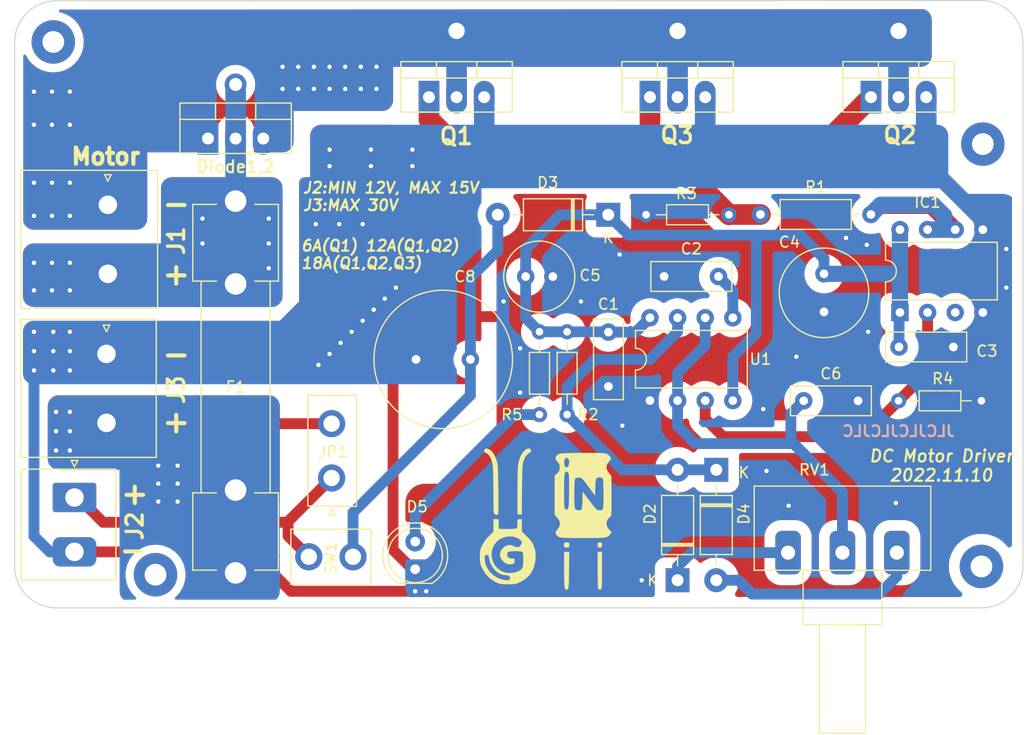
<source format=kicad_pcb>
(kicad_pcb (version 20211014) (generator pcbnew)
  (title_block (date "2022-11-10") (rev "1.0"))
  (layers (0 "F.Cu" signal) (31 "B.Cu" signal) (34 "B.Paste" user) (35 "F.Paste" user) (36 "B.SilkS" user "B.Silkscreen") (37 "F.SilkS" user "F.Silkscreen") (38 "B.Mask" user) (39 "F.Mask" user) (44 "Edge.Cuts" user))
  (net 0 "")
  (net 1 "Vcc")
  (net 2 "GND")
  (net 3 "Net-(C2-Pad1)")
  (net 4 "Net-(C6-Pad1)")
  (net 5 "Supply1+")
  (net 6 "Net-(RV1-Pad1)")
  (net 7 "Net-(R2-Pad2)")
  (net 8 "Net-(RV1-Pad3)")
  (net 9 "PWM")
  (net 10 "Supply2+")
  (net 11 "Net-(IC1-Pad6)")
  (net 13 "kathode")
  (net 14 "Net-(C8-Pad1)")
  (net 15 "Net-(D5-Pad2)")
  (net 16 "Gate")
  (net 17 "anode")
  (footprint "Resistor_THT:R_Axial_DIN0204_L3.6mm_D1.6mm_P7.62mm_Horizontal" (layer "F.Cu") (at 191.77 78.74)
    (fp_text reference "R4")
    (fp_text value "4.7k")
  )
  (footprint "Package_TO_SOT_THT:TO-220-3_Vertical" (layer "F.Cu") (at 128.27 54.61)
    (fp_text reference "Diode1,2")
    (fp_text value "30L60CT")
  )
  (footprint "Connector_JST:JST_NV_B02P-NV_1x02_P5.00mm_Vertical" (layer "F.Cu") (at 115.993 87.6385 -90)
    (fp_text reference "J2")
    (fp_text value "Control circuit power supply connector")
  )
  (footprint "Package_TO_SOT_THT:TO-220-3_Vertical" (layer "F.Cu") (at 189.23 50.8)
    (fp_text reference "Q2")
    (fp_text value "AOT2618L")
  )
  (footprint "Package_DIP:DIP-8_W7.62mm" (layer "F.Cu") (at 191.897 70.612 90)
    (fp_text reference "IC1")
    (fp_text value "IXDN609PI")
  )
  (footprint "Capacitor_THT:C_Rect_L7.2mm_W2.5mm_P5.00mm_FKS2_FKP2_MKS2_MKP2" (layer "F.Cu") (at 191.81 73.787)
    (fp_text reference "C3")
    (fp_text value "100n")
  )
  (footprint "Diode_THT:D_DO-41_SOD81_P10.16mm_Horizontal" (layer "F.Cu") (at 171.45 95.25 90)
    (fp_text reference "D2")
    (fp_text value "1N4001")
  )
  (footprint "Capacitor_THT:C_Radial_D6.3mm_H11.0mm_P2.50mm" (layer "F.Cu") (at 157.48 67.31)
    (fp_text reference "C5")
    (fp_text value "100uF/25V")
  )
  (footprint "Resistor_THT:R_Axial_DIN0204_L3.6mm_D1.6mm_P7.62mm_Horizontal" (layer "F.Cu") (at 176.1744 61.6204 180)
    (fp_text reference "R3")
    (fp_text value "4.7k")
  )
  (footprint "Resistor_THT:R_Axial_DIN0204_L3.6mm_D1.6mm_P7.62mm_Horizontal" (layer "F.Cu") (at 158.75 72.39 -90)
    (fp_text reference "R5")
    (fp_text value "1k")
  )
  (footprint "Resistor_THT:R_Axial_DIN0207_L6.3mm_D2.5mm_P10.16mm_Horizontal" (layer "F.Cu") (at 189.23 61.595 180)
    (fp_text reference "R1")
    (fp_text value "2.2 / 0.5W")
  )
  (footprint "Connector_JST:JST_NV_B02P-NV_1x02_P5.00mm_Vertical" (layer "F.Cu") (at 139.6365 85.8435 90)
    (fp_text reference "JP1")
    (fp_text value ".")
  )
  (footprint "Potentiometer_THT:Potentiometer_Piher_T-16H_Single_Horizontal" (layer "F.Cu") (at 181.61 92.71 -90)
    (fp_text reference "RV1")
    (fp_text value "50k")
  )
  (footprint "Capacitor_THT:C_Radial_D8.0mm_H11.5mm_P3.50mm" (layer "F.Cu") (at 184.912 67.056 -90)
    (fp_text reference "C4")
    (fp_text value "100uF/25V")
  )
  (footprint "Connector_JST:JST_NV_B02P-NV_1x02_P5.00mm_Vertical" (layer "F.Cu") (at 119.0625 61.341 -90)
    (fp_text reference "J1")
    (fp_text value "DC motor")
  )
  (footprint "Diode_THT:D_DO-41_SOD81_P10.16mm_Horizontal" (layer "F.Cu") (at 165.0746 61.6204 180)
    (fp_text reference "D3")
    (fp_text value "1N4001")
  )
  (footprint "Connector_JST:JST_NV_B02P-NV_1x02_P5.00mm_Vertical" (layer "F.Cu") (at 139.446 93.091)
    (fp_text reference "SW1")
    (fp_text value "SW_DIP_x01")
  )
  (footprint "LED_THT:LED_D5.0mm" (layer "F.Cu") (at 147.32 94.239 90)
    (fp_text reference "D5")
    (fp_text value "LED")
  )
  (footprint "Capacitor_THT:C_Rect_L7.2mm_W2.5mm_P5.00mm_FKS2_FKP2_MKS2_MKP2" (layer "F.Cu") (at 183.047 78.74)
    (fp_text reference "C6")
    (fp_text value "1.5nF")
  )
  (footprint "Fuse:Fuseholder_Clip-6.3x32mm_Littelfuse_102_122_Inline_P34.21x7.62mm_D1.98mm_Horizontal" (layer "F.Cu") (at 130.81 60.365 -90)
    (fp_text reference "F1")
    (fp_text value "8, 16, 24 [A] / 8040.0001SCHURTER")
  )
  (footprint "Capacitor_THT:C_Radial_D12.5mm_H20.0mm_P5.00mm" (layer "F.Cu") (at 152.4 74.93 180)
    (fp_text reference "C8")
    (fp_text value "100uF/25V")
  )
  (footprint "Diode_THT:D_DO-41_SOD81_P10.16mm_Horizontal" (layer "F.Cu") (at 175.006 85.09 -90)
    (fp_text reference "D4")
    (fp_text value "1N4001")
  )
  (footprint "Capacitor_THT:C_Rect_L7.2mm_W2.5mm_P5.00mm_FKS2_FKP2_MKS2_MKP2" (layer "F.Cu") (at 175.21 67.3 180)
    (fp_text reference "C2")
    (fp_text value "100n")
  )
  (footprint "Capacitor_THT:C_Rect_L7.2mm_W2.5mm_P5.00mm_FKS2_FKP2_MKS2_MKP2" (layer "F.Cu") (at 165.09 72.42 -90)
    (fp_text reference "C1")
    (fp_text value "100n")
  )
  (footprint "Package_TO_SOT_THT:TO-220-3_Vertical" (layer "F.Cu") (at 168.91 50.8)
    (fp_text reference "Q3")
    (fp_text value "AOT2618L")
  )
  (footprint "Package_DIP:DIP-8_W7.62mm" (layer "F.Cu") (at 168.91 78.72 90)
    (fp_text reference "U1")
    (fp_text value "TLC555xP")
  )
  (footprint "Package_TO_SOT_THT:TO-220-3_Vertical" (layer "F.Cu") (at 148.59 50.8)
    (fp_text reference "Q1")
    (fp_text value "AOT2618L")
  )
  (footprint "Connector_JST:JST_NV_B02P-NV_1x02_P5.00mm_Vertical" (layer "F.Cu") (at 118.9355 75.184 -90)
    (fp_text reference "J3")
    (fp_text value "Power supply connector for the motor")
  )
  (footprint "Resistor_THT:R_Axial_DIN0204_L3.6mm_D1.6mm_P7.62mm_Horizontal" (layer "F.Cu") (at 161.29 72.39 -90)
    (fp_text reference "R2")
    (fp_text value "5.6k")
  )
  (gr_poly (pts (xy 153.869104 83.129121) (xy 153.890728 83.132213) (xy 153.915218 83.137562) (xy 153.943067 83.14516) (xy 153.974764 83.154996) (xy 154.010802 83.167062) (xy 154.097859 83.197839) (xy 154.145749 83.217601) (xy 154.193806 83.244078) (xy 154.241882 83.277075) (xy 154.289831 83.316395) (xy 154.337505 83.361841) (xy 154.384756 83.413218) (xy 154.431439 83.47033) (xy 154.477404 83.532978) (xy 154.522505 83.600968) (xy 154.566595 83.674103) (xy 154.609527 83.752187) (xy 154.651153 83.835022) (xy 154.691325 83.922414) (xy 154.729897 84.014164) (xy 154.766721 84.110078) (xy 154.801651 84.209959) (xy 154.844316 84.351621) (xy 154.87779 84.501216) (xy 154.903567 84.683015) (xy 154.923139 84.921291) (xy 154.937997 85.240315) (xy 154.949636 85.664357) (xy 154.96922 86.924584) (xy 154.977808 87.673829) (xy 154.980767 87.978033) (xy 154.982626 88.239585) (xy 154.983094 88.355373) (xy 154.983228 88.461706) (xy 154.983009 88.558986) (xy 154.982416 88.647617) (xy 154.981431 88.727999) (xy 154.980034 88.800537) (xy 154.978204 88.865632) (xy 154.975923 88.923687) (xy 154.973171 88.975105) (xy 154.969927 89.020289) (xy 154.966173 89.05964) (xy 154.964099 89.077254) (xy 154.961889 89.093561) (xy 154.959542 89.108611) (xy 154.957055 89.122455) (xy 154.954426 89.135143) (xy 154.951652 89.146725) (xy 154.94873 89.157252) (xy 154.945659 89.166773) (xy 154.942436 89.175339) (xy 154.939058 89.183001) (xy 154.935523 89.189809) (xy 154.931828 89.195813) (xy 154.927971 89.201063) (xy 154.92395 89.20561) (xy 154.919762 89.209504) (xy 154.915405 89.212796) (xy 154.910876 89.215535) (xy 154.906172 89.217772) (xy 154.901292 89.219557) (xy 154.896233 89.220942) (xy 154.890992 89.221975) (xy 154.885566 89.222707) (xy 154.874154 89.223472) (xy 154.861976 89.223637) (xy 154.74308 89.222904) (xy 154.695405 89.216567) (xy 154.654818 89.201434) (xy 154.620751 89.17389) (xy 154.592634 89.130321) (xy 154.569898 89.067116) (xy 154.551972 88.980661) (xy 154.538289 88.867342) (xy 154.528277 88.723546) (xy 154.516992 88.330072) (xy 154.513431 87.018422) (xy 154.511926 86.586473) (xy 154.507671 86.171883) (xy 154.50106 85.78447) (xy 154.492485 85.434054) (xy 154.482339 85.130452) (xy 154.471015 84.883484) (xy 154.458906 84.702967) (xy 154.446404 84.59872) (xy 154.422623 84.498686) (xy 154.396604 84.402324) (xy 154.368464 84.309849) (xy 154.338321 84.221479) (xy 154.306293 84.13743) (xy 154.272498 84.057916) (xy 154.237053 83.983154) (xy 154.200077 83.913361) (xy 154.161686 83.848752) (xy 154.141998 83.818459) (xy 154.122 83.789543) (xy 154.101707 83.762031) (xy 154.081135 83.73595) (xy 154.060298 83.711328) (xy 154.03921 83.68819) (xy 154.017887 83.666564) (xy 153.996342 83.646478) (xy 153.974592 83.627957) (xy 153.95265 83.611029) (xy 153.930531 83.595722) (xy 153.90825 83.582062) (xy 153.885823 83.570075) (xy 153.863262 83.55979) (xy 153.842427 83.550305) (xy 153.822653 83.540704) (xy 153.803939 83.530988) (xy 153.786285 83.521157) (xy 153.769692 83.511214) (xy 153.754159 83.501159) (xy 153.739686 83.490993) (xy 153.726274 83.480718) (xy 153.713922 83.470335) (xy 153.702631 83.459845) (xy 153.6924 83.44925) (xy 153.68323 83.438551) (xy 153.67512 83.427748) (xy 153.66807 83.416844) (xy 153.662081 83.405838) (xy 153.657152 83.394734) (xy 153.653283 83.383531) (xy 153.650475 83.372231) (xy 153.648727 83.360836) (xy 153.64804 83.349346) (xy 153.648413 83.337763) (xy 153.649847 83.326088) (xy 153.652341 83.314322) (xy 153.655895 83.302466) (xy 153.66051 83.290522) (xy 153.666185 83.278491) (xy 153.67292 83.266374) (xy 153.680716 83.254172) (xy 153.689572 83.241887) (xy 153.699489 83.229519) (xy 153.710466 83.217071) (xy 153.722504 83.204542) (xy 153.740416 83.186867) (xy 153.756777 83.171539) (xy 153.772077 83.158548) (xy 153.786808 83.147883) (xy 153.801461 83.139536) (xy 153.808911 83.136228) (xy 153.816526 83.133496) (xy 153.824366 83.131338) (xy 153.832494 83.129753) (xy 153.84097 83.12874) (xy 153.849856 83.128298)) (layer "F.SilkS") (width 0) (fill solid))
  (gr_poly (pts (xy 154.996031 90.074889) (xy 155.01614 90.530678) (xy 155.820473 90.530678) (xy 155.992585 90.529448) (xy 156.15048 90.525861) (xy 156.29188 90.520074) (xy 156.355682 90.516405) (xy 156.414507 90.512246) (xy 156.468068 90.507614) (xy 156.516083 90.502532) (xy 156.558265 90.497017) (xy 156.59433 90.49109) (xy 156.623993 90.48477) (xy 156.64697 90.478077) (xy 156.655862 90.474597) (xy 156.662976 90.471031) (xy 156.668276 90.467381) (xy 156.671726 90.46365) (xy 156.676747 90.455365) (xy 156.681728 90.443241) (xy 156.68663 90.427523) (xy 156.691415 90.408457) (xy 156.700475 90.361263) (xy 156.708591 90.303622) (xy 156.715451 90.237497) (xy 156.72074 90.164853) (xy 156.724144 90.087653) (xy 156.725348 90.007862) (xy 156.725741 89.881752) (xy 156.726673 89.830731) (xy 156.72849 89.786984) (xy 156.729822 89.767664) (xy 156.731485 89.749954) (xy 156.733516 89.733782) (xy 156.735952 89.719079) (xy 156.73883 89.705776) (xy 156.742187 89.693801) (xy 156.746059 89.683086) (xy 156.750483 89.673561) (xy 156.755497 89.665154) (xy 156.761136 89.657797) (xy 156.767439 89.651419) (xy 156.774441 89.645951) (xy 156.782179 89.641322) (xy 156.79069 89.637463) (xy 156.800012 89.634303) (xy 156.81018 89.631773) (xy 156.821232 89.629802) (xy 156.833205 89.628322) (xy 156.846134 89.627261) (xy 156.860058 89.626549) (xy 156.891036 89.625896) (xy 156.926431 89.625803) (xy 157.127515 89.625803) (xy 157.127515 90.758573) (xy 157.616818 91.247875) (xy 157.754434 91.390204) (xy 157.814052 91.454182) (xy 157.868172 91.51431) (xy 157.917264 91.571297) (xy 157.961801 91.625849) (xy 158.002254 91.678673) (xy 158.039093 91.730475) (xy 158.07279 91.781964) (xy 158.103816 91.833845) (xy 158.132643 91.886826) (xy 158.159743 91.941613) (xy 158.185585 91.998914) (xy 158.210642 92.059435) (xy 158.235384 92.123884) (xy 158.260284 92.192967) (xy 158.305345 92.327232) (xy 158.324114 92.388788) (xy 158.340508 92.447673) (xy 158.354624 92.504672) (xy 158.36656 92.560573) (xy 158.376414 92.616158) (xy 158.384286 92.672216) (xy 158.390272 92.72953) (xy 158.394471 92.788886) (xy 158.396981 92.85107) (xy 158.397901 92.916867) (xy 158.395361 93.062443) (xy 158.387637 93.231897) (xy 158.374046 93.417039) (xy 158.350863 93.595445) (xy 158.335671 93.682128) (xy 158.318078 93.767134) (xy 158.298081 93.850467) (xy 158.27568 93.932128) (xy 158.250873 94.01212) (xy 158.223659 94.090445) (xy 158.194038 94.167106) (xy 158.162007 94.242105) (xy 158.127566 94.315445) (xy 158.090713 94.387128) (xy 158.051448 94.457157) (xy 158.009768 94.525533) (xy 157.965673 94.59226) (xy 157.919161 94.65734) (xy 157.870231 94.720776) (xy 157.818883 94.782569) (xy 157.765114 94.842723) (xy 157.708923 94.901239) (xy 157.65031 94.958121) (xy 157.589273 95.01337) (xy 157.525811 95.066989) (xy 157.459922 95.118981) (xy 157.391606 95.169348) (xy 157.320861 95.218093) (xy 157.247686 95.265217) (xy 157.172079 95.310724) (xy 157.013567 95.396894) (xy 156.868358 95.468269) (xy 156.805317 95.497574) (xy 156.746713 95.522991) (xy 156.691094 95.544794) (xy 156.637008 95.56326) (xy 156.582999 95.578662) (xy 156.527616 95.591275) (xy 156.469405 95.601376) (xy 156.406914 95.609237) (xy 156.338688 95.615135) (xy 156.263275 95.619343) (xy 156.085076 95.623795) (xy 155.86069 95.62479) (xy 155.646594 95.623611) (xy 155.554617 95.621873) (xy 155.4713 95.619134) (xy 155.395603 95.615216) (xy 155.326484 95.609944) (xy 155.262902 95.60314) (xy 155.203818 95.594627) (xy 155.148189 95.584229) (xy 155.094976 95.571769) (xy 155.043137 95.557071) (xy 154.991633 95.539957) (xy 154.939421 95.520252) (xy 154.885462 95.497777) (xy 154.828714 95.472357) (xy 154.768137 95.443815) (xy 154.668936 95.395282) (xy 154.572434 95.342723) (xy 154.478662 95.286198) (xy 154.38765 95.225764) (xy 154.299425 95.161483) (xy 154.214019 95.093411) (xy 154.13146 95.021608) (xy 154.051778 94.946133) (xy 153.975002 94.867045) (xy 153.901162 94.784402) (xy 153.830287 94.698264) (xy 153.762406 94.60869) (xy 153.69755 94.515738) (xy 153.635747 94.419467) (xy 153.577028 94.319937) (xy 153.52142 94.217206) (xy 153.445608 94.067139) (xy 153.414482 94.001988) (xy 153.38747 93.941658) (xy 153.364267 93.884824) (xy 153.344569 93.830159) (xy 153.328072 93.776339) (xy 153.314472 93.722038) (xy 153.303464 93.66593) (xy 153.294743 93.60669) (xy 153.288006 93.542992) (xy 153.282948 93.473511) (xy 153.279265 93.396922) (xy 153.276651 93.311899) (xy 153.274616 93.185607) (xy 153.712449 93.185607) (xy 153.713065 93.241523) (xy 153.716115 93.303508) (xy 153.721522 93.371736) (xy 153.729206 93.446387) (xy 153.739603 93.520288) (xy 153.753151 93.593641) (xy 153.769781 93.666372) (xy 153.789427 93.738402) (xy 153.812017 93.809657) (xy 153.837485 93.880061) (xy 153.896776 94.018008) (xy 153.966749 94.151634) (xy 154.046855 94.280332) (xy 154.136544 94.403493) (xy 154.235266 94.520506) (xy 154.342471 94.630765) (xy 154.45761 94.73366) (xy 154.580132 94.828582) (xy 154.709488 94.914923) (xy 154.845127 94.992074) (xy 154.986501 95.059426) (xy 155.059166 95.089237) (xy 155.133059 95.11637) (xy 155.20811 95.140749) (xy 155.284251 95.162298) (xy 155.373683 95.185702) (xy 155.456154 95.20563) (xy 155.494861 95.214285) (xy 155.531928 95.222063) (xy 155.567387 95.228962) (xy 155.601271 95.234981) (xy 155.633614 95.240115) (xy 155.664449 95.244364) (xy 155.693808 95.247724) (xy 155.721725 95.250193) (xy 155.748233 95.251768) (xy 155.773365 95.252448) (xy 155.797155 95.252229) (xy 155.819635 95.251109) (xy 155.840839 95.249086) (xy 155.860799 95.246157) (xy 155.87955 95.24232) (xy 155.897123 95.237572) (xy 155.913553 95.231912) (xy 155.928871 95.225335) (xy 155.943112 95.217841) (xy 155.956309 95.209426) (xy 155.968495 95.200088) (xy 155.979702 95.189825) (xy 155.989964 95.178634) (xy 155.999314 95.166513) (xy 156.007786 95.153458) (xy 156.015412 95.139469) (xy 156.022225 95.124542) (xy 156.028259 95.108675) (xy 156.032642 95.09183) (xy 156.035749 95.075238) (xy 156.037602 95.058919) (xy 156.038222 95.042891) (xy 156.037629 95.027172) (xy 156.035844 95.011781) (xy 156.032889 94.996736) (xy 156.028783 94.982056) (xy 156.023548 94.967758) (xy 156.017205 94.953862) (xy 156.009775 94.940385) (xy 156.001278 94.927347) (xy 155.991735 94.914765) (xy 155.981168 94.902658) (xy 155.969597 94.891045) (xy 155.957042 94.879943) (xy 155.943526 94.869372) (xy 155.929068 94.859349) (xy 155.913689 94.849893) (xy 155.897411 94.841022) (xy 155.880254 94.832756) (xy 155.862239 94.825111) (xy 155.843388 94.818108) (xy 155.82372 94.811763) (xy 155.782019 94.801125) (xy 155.737304 94.793343) (xy 155.689741 94.788567) (xy 155.639498 94.786942) (xy 155.574734 94.78486) (xy 155.509966 94.778689) (xy 155.445305 94.768545) (xy 155.380865 94.754541) (xy 155.316759 94.736791) (xy 155.2531 94.715409) (xy 155.19 94.69051) (xy 155.127573 94.662207) (xy 155.065932 94.630616) (xy 155.005189 94.595849) (xy 154.945457 94.558021) (xy 154.886849 94.517247) (xy 154.773459 94.427314) (xy 154.66592 94.326964) (xy 154.565136 94.217109) (xy 154.47201 94.098664) (xy 154.387447 93.97254) (xy 154.312348 93.839651) (xy 154.247618 93.70091) (xy 154.219423 93.629631) (xy 154.194159 93.557231) (xy 154.171939 93.483824) (xy 154.152876 93.409526) (xy 154.137082 93.334449) (xy 154.12467 93.258708) (xy 154.117184 93.212013) (xy 154.109707 93.169805) (xy 154.102093 93.131858) (xy 154.094194 93.097946) (xy 154.090091 93.082433) (xy 154.085863 93.067844) (xy 154.081489 93.054151) (xy 154.076952 93.041326) (xy 154.072234 93.02934) (xy 154.067315 93.018166) (xy 154.062179 93.007774) (xy 154.056805 92.998138) (xy 154.051176 92.989228) (xy 154.045273 92.981016) (xy 154.039078 92.973474) (xy 154.032573 92.966574) (xy 154.025738 92.960288) (xy 154.018557 92.954588) (xy 154.011009 92.949444) (xy 154.003078 92.94483) (xy 153.994744 92.940716) (xy 153.985989 92.937075) (xy 153.976794 92.933878) (xy 153.967142 92.931097) (xy 153.957014 92.928704) (xy 153.94639 92.92667) (xy 153.935254 92.924968) (xy 153.923587 92.923569) (xy 153.888856 92.920457) (xy 153.857502 92.921292) (xy 153.843067 92.923244) (xy 153.829447 92.92625) (xy 153.816632 92.930331) (xy 153.804613 92.935509) (xy 153.793379 92.941806) (xy 153.78292 92.949245) (xy 153.773228 92.957848) (xy 153.764291 92.967635) (xy 153.756101 92.978631) (xy 153.748647 92.990856) (xy 153.74192 93.004333) (xy 153.735909 93.019085) (xy 153.725999 93.052497) (xy 153.718838 93.09127) (xy 153.714348 93.135581) (xy 153.712449 93.185607) (xy 153.274616 93.185607) (xy 153.273418 93.111248) (xy 153.274648 92.915885) (xy 153.275504 92.877403) (xy 154.34799 92.877403) (xy 154.351727 92.990597) (xy 154.362749 93.103478) (xy 154.38103 93.215612) (xy 154.406546 93.326568) (xy 154.439269 93.435913) (xy 154.479174 93.543217) (xy 154.526236 93.648046) (xy 154.580429 93.749968) (xy 154.641727 93.848553) (xy 154.710104 93.943367) (xy 154.785534 94.033979) (xy 154.867992 94.119957) (xy 154.957451 94.200868) (xy 155.053887 94.276281) (xy 155.157273 94.345763) (xy 155.267583 94.408883) (xy 155.384793 94.465209) (xy 155.440643 94.487778) (xy 155.498707 94.507759) (xy 155.558765 94.525191) (xy 155.620594 94.540117) (xy 155.683975 94.552579) (xy 155.748687 94.562618) (xy 155.814508 94.570276) (xy 155.881217 94.575595) (xy 156.016418 94.579381) (xy 156.152522 94.574312) (xy 156.287763 94.56072) (xy 156.420372 94.538939) (xy 156.548582 94.509303) (xy 156.670626 94.472147) (xy 156.728784 94.450853) (xy 156.784737 94.427803) (xy 156.838265 94.40304) (xy 156.889147 94.376606) (xy 156.937162 94.348542) (xy 156.982089 94.318889) (xy 157.023708 94.287691) (xy 157.061796 94.254987) (xy 157.096134 94.220821) (xy 157.1265 94.185233) (xy 157.152674 94.148266) (xy 157.174434 94.109961) (xy 157.194465 94.059458) (xy 157.211836 93.99028) (xy 157.226556 93.905274) (xy 157.238634 93.807289) (xy 157.248081 93.699171) (xy 157.254907 93.583767) (xy 157.25912 93.463925) (xy 157.260732 93.342493) (xy 157.259752 93.222318) (xy 157.25619 93.106246) (xy 157.250055 92.997127) (xy 157.241357 92.897806) (xy 157.230107 92.811131) (xy 157.216313 92.73995) (xy 157.199987 92.68711) (xy 157.190877 92.668458) (xy 157.181137 92.655458) (xy 157.168237 92.645718) (xy 157.149888 92.636607) (xy 157.098295 92.620269) (xy 157.029264 92.606444) (xy 156.945702 92.595134) (xy 156.850514 92.586336) (xy 156.746608 92.580052) (xy 156.63689 92.576282) (xy 156.524265 92.575025) (xy 156.41164 92.576282) (xy 156.301921 92.580052) (xy 156.198015 92.586336) (xy 156.102828 92.595134) (xy 156.019265 92.606444) (xy 155.950235 92.620269) (xy 155.898642 92.636607) (xy 155.880292 92.645718) (xy 155.867393 92.655458) (xy 155.858757 92.665023) (xy 155.850465 92.676051) (xy 155.842547 92.688434) (xy 155.835031 92.702064) (xy 155.827947 92.716832) (xy 155.821324 92.732632) (xy 155.815192 92.749355) (xy 155.809581 92.766892) (xy 155.80452 92.785137) (xy 155.800037 92.80398) (xy 155.796164 92.823314) (xy 155.792929 92.843032) (xy 155.790361 92.863024) (xy 155.788491 92.883183) (xy 155.787347 92.9034) (xy 155.786959 92.923569) (xy 155.78743 92.943363) (xy 155.788839 92.962529) (xy 155.791184 92.981067) (xy 155.79446 92.998976) (xy 155.798665 93.016256) (xy 155.803793 93.032908) (xy 155.809842 93.048932) (xy 155.816807 93.064328) (xy 155.824686 93.079095) (xy 155.833474 93.093234) (xy 155.843168 93.106744) (xy 155.853764 93.119626) (xy 155.865259 93.131879) (xy 155.877648 93.143504) (xy 155.890928 93.154501) (xy 155.905096 93.16487) (xy 155.920147 93.17461) (xy 155.936078 93.183721) (xy 155.952885 93.192204) (xy 155.970566 93.200059) (xy 156.008529 93.213884) (xy 156.049939 93.225195) (xy 156.094765 93.233992) (xy 156.142979 93.240276) (xy 156.194551 93.244046) (xy 156.249451 93.245303) (xy 156.283817 93.24558) (xy 156.314188 93.246573) (xy 156.340807 93.248528) (xy 156.363922 93.251692) (xy 156.374241 93.253803) (xy 156.383776 93.256308) (xy 156.392558 93.259238) (xy 156.400617 93.262623) (xy 156.407983 93.266494) (xy 156.414688 93.270882) (xy 156.420763 93.275817) (xy 156.426237 93.281331) (xy 156.431141 93.287453) (xy 156.435507 93.294214) (xy 156.439365 93.301646) (xy 156.442745 93.309778) (xy 156.445678 93.318642) (xy 156.448196 93.328268) (xy 156.450328 93.338687) (xy 156.452105 93.349929) (xy 156.454719 93.375007) (xy 156.456281 93.403747) (xy 156.457039 93.436395) (xy 156.457237 93.473197) (xy 156.456239 93.518634) (xy 156.453022 93.559574) (xy 156.447252 93.596233) (xy 156.443305 93.613024) (xy 156.438595 93.628827) (xy 156.43308 93.643667) (xy 156.426718 93.657572) (xy 156.419467 93.670569) (xy 156.411286 93.682685) (xy 156.402133 93.693946) (xy 156.391967 93.704381) (xy 156.380745 93.714015) (xy 156.368425 93.722875) (xy 156.354967 93.73099) (xy 156.340328 93.738385) (xy 156.324466 93.745089) (xy 156.307341 93.751127) (xy 156.26913 93.761315) (xy 156.225363 93.769167) (xy 156.175704 93.774897) (xy 156.11982 93.778723) (xy 156.057378 93.78086) (xy 155.988042 93.781525) (xy 155.94898 93.780166) (xy 155.909772 93.776149) (xy 155.870511 93.769568) (xy 155.831286 93.760513) (xy 155.79219 93.749078) (xy 155.753311 93.735353) (xy 155.714742 93.719432) (xy 155.676573 93.701406) (xy 155.638895 93.681367) (xy 155.601798 93.659407) (xy 155.565374 93.635619) (xy 155.529714 93.610093) (xy 155.461046 93.554202) (xy 155.396522 93.492468) (xy 155.336868 93.425628) (xy 155.282811 93.354419) (xy 155.258108 93.317407) (xy 155.235076 93.279578) (xy 155.213807 93.241025) (xy 155.194392 93.20184) (xy 155.17692 93.162114) (xy 155.161483 93.121941) (xy 155.148172 93.081412) (xy 155.137078 93.04062) (xy 155.128291 92.999655) (xy 155.121902 92.95861) (xy 155.118002 92.917578) (xy 155.116681 92.87665) (xy 155.117577 92.842687) (xy 155.120236 92.808698) (xy 155.124612 92.774736) (xy 155.130663 92.740854) (xy 155.138343 92.707104) (xy 155.14761 92.67354) (xy 155.158417 92.640213) (xy 155.170723 92.607178) (xy 155.184481 92.574486) (xy 155.199648 92.542191) (xy 155.21618 92.510344) (xy 155.234032 92.479) (xy 155.273523 92.418029) (xy 155.317765 92.359699) (xy 155.366406 92.304432) (xy 155.419092 92.252651) (xy 155.47547 92.204777) (xy 155.504933 92.182438) (xy 155.535186 92.161234) (xy 155.566186 92.141217) (xy 155.597887 92.122442) (xy 155.630247 92.104961) (xy 155.66322 92.088825) (xy 155.696762 92.074089) (xy 155.73083 92.060805) (xy 155.765379 92.049025) (xy 155.800365 92.038803) (xy 155.839244 92.028365) (xy 155.875758 92.019703) (xy 155.910367 92.012868) (xy 155.943532 92.007907) (xy 155.975715 92.004872) (xy 156.007378 92.00381) (xy 156.038983 92.00477) (xy 156.070989 92.007802) (xy 156.10386 92.012956) (xy 156.138056 92.020278) (xy 156.17404 92.029821) (xy 156.212271 92.041631) (xy 156.253213 92.055758) (xy 156.297326 92.072252) (xy 156.396912 92.112534) (xy 156.465411 92.141656) (xy 156.52797 92.166104) (xy 156.557178 92.176539) (xy 156.585089 92.185761) (xy 156.611765 92.193755) (xy 156.63727 92.200508) (xy 156.661664 92.206004) (xy 156.685012 92.210228) (xy 156.707376 92.213166) (xy 156.728817 92.214804) (xy 156.7494 92.215125) (xy 156.769186 92.214116) (xy 156.788238 92.211762) (xy 156.806619 92.208048) (xy 156.824391 92.20296) (xy 156.841617 92.196482) (xy 156.85836 92.1886) (xy 156.874681 92.1793) (xy 156.890644 92.168565) (xy 156.906312 92.156383) (xy 156.921746 92.142738) (xy 156.937009 92.127615) (xy 156.952165 92.110999) (xy 156.967275 92.092877) (xy 156.982402 92.073232) (xy 156.997609 92.052051) (xy 157.012959 92.029319) (xy 157.028513 92.005021) (xy 157.060487 91.951667) (xy 157.071247 91.931771) (xy 157.080898 91.912286) (xy 157.089433 91.893192) (xy 157.096842 91.874467) (xy 157.103117 91.856091) (xy 157.108249 91.838042) (xy 157.11223 91.8203) (xy 157.115052 91.802844) (xy 157.116705 91.785653) (xy 157.117181 91.768707) (xy 157.116471 91.751984) (xy 157.114567 91.735463) (xy 157.111461 91.719124) (xy 157.107143 91.702946) (xy 157.101605 91.686907) (xy 157.094839 91.670988) (xy 157.086835 91.655167) (xy 157.077586 91.639423) (xy 157.067082 91.623736) (xy 157.055316 91.608084) (xy 157.042278 91.592447) (xy 157.02796 91.576804) (xy 157.012353 91.561134) (xy 156.995449 91.545416) (xy 156.977239 91.529629) (xy 156.957715 91.513752) (xy 156.914688 91.481648) (xy 156.866301 91.448934) (xy 156.812484 91.415445) (xy 156.724677 91.368468) (xy 156.63253 91.32806) (xy 156.536574 91.294191) (xy 156.437338 91.266831) (xy 156.335353 91.245952) (xy 156.231149 91.231524) (xy 156.125256 91.223517) (xy 156.018205 91.221902) (xy 155.910525 91.226649) (xy 155.802747 91.237729) (xy 155.695402 91.255113) (xy 155.589018 91.278771) (xy 155.484127 91.308673) (xy 155.381258 91.34479) (xy 155.280942 91.387093) (xy 155.183709 91.435553) (xy 155.075073 91.501618) (xy 154.974108 91.57385) (xy 154.88079 91.651816) (xy 154.795092 91.735083) (xy 154.716989 91.823221) (xy 154.646454 91.915796) (xy 154.583463 92.012378) (xy 154.527989 92.112533) (xy 154.480007 92.215831) (xy 154.43949 92.321838) (xy 154.406413 92.430123) (xy 154.38075 92.540254) (xy 154.362476 92.651799) (xy 154.351565 92.764326) (xy 154.34799 92.877403) (xy 153.275504 92.877403) (xy 153.27651 92.832112) (xy 153.279492 92.756105) (xy 153.283809 92.686735) (xy 153.289677 92.622874) (xy 153.297313 92.563392) (xy 153.306931 92.507159) (xy 153.31875 92.453048) (xy 153.332983 92.399928) (xy 153.349848 92.346671) (xy 153.369561 92.292147) (xy 153.392336 92.235228) (xy 153.418391 92.174783) (xy 153.481204 92.038803) (xy 153.507275 91.985871) (xy 153.535192 91.932684) (xy 153.564916 91.879301) (xy 153.596408 91.82578) (xy 153.629627 91.772181) (xy 153.664535 91.718562) (xy 153.701093 91.664982) (xy 153.739261 91.611501) (xy 153.778999 91.558176) (xy 153.82027 91.505068) (xy 153.863033 91.452235) (xy 153.907249 91.399735) (xy 153.952879 91.347628) (xy 153.999883 91.295973) (xy 154.048223 91.244829) (xy 154.097859 91.194253) (xy 154.513431 90.785383) (xy 154.513431 89.625803) (xy 154.975923 89.625803)) (layer "F.SilkS") (width 0) (fill solid))
  (gr_poly (pts (xy 157.794204 83.129689) (xy 157.812006 83.131798) (xy 157.829146 83.135132) (xy 157.845595 83.139693) (xy 157.86132 83.145484) (xy 157.876292 83.152507) (xy 157.890479 83.160765) (xy 157.903852 83.17026) (xy 157.916379 83.180994) (xy 157.92803 83.192971) (xy 157.938773 83.206192) (xy 157.948579 83.22066) (xy 157.957417 83.236377) (xy 157.965256 83.253347) (xy 157.972065 83.27157) (xy 157.975049 83.281488) (xy 157.977715 83.291139) (xy 157.98006 83.300529) (xy 157.982079 83.309666) (xy 157.98377 83.318558) (xy 157.985128 83.327212) (xy 157.98615 83.335635) (xy 157.986832 83.343835) (xy 157.98717 83.351818) (xy 157.987161 83.359593) (xy 157.9868 83.367167) (xy 157.986085 83.374547) (xy 157.985012 83.38174) (xy 157.983577 83.388754) (xy 157.981776 83.395597) (xy 157.979605 83.402275) (xy 157.977062 83.408795) (xy 157.974141 83.415166) (xy 157.97084 83.421395) (xy 157.967155 83.427488) (xy 157.963083 83.433454) (xy 157.958618 83.4393) (xy 157.953759 83.445033) (xy 157.9485 83.45066) (xy 157.942839 83.456189) (xy 157.936772 83.461627) (xy 157.930295 83.466982) (xy 157.923404 83.472261) (xy 157.916096 83.477471) (xy 157.908367 83.48262) (xy 157.900213 83.487714) (xy 157.891631 83.492762) (xy 157.840821 83.52307) (xy 157.791483 83.556137) (xy 157.743676 83.591895) (xy 157.69746 83.630274) (xy 157.652894 83.671205) (xy 157.610036 83.714621) (xy 157.568946 83.760452) (xy 157.529681 83.80863) (xy 157.492302 83.859086) (xy 157.456867 83.911751) (xy 157.423435 83.966556) (xy 157.392065 84.023433) (xy 157.362815 84.082313) (xy 157.335746 84.143127) (xy 157.310915 84.205807) (xy 157.288381 84.270284) (xy 157.254278 84.392047) (xy 157.226695 84.538081) (xy 157.20461 84.726374) (xy 157.187002 84.974914) (xy 157.17285 85.301687) (xy 157.161133 85.724682) (xy 157.14092 86.931287) (xy 157.120812 89.223637) (xy 156.919729 89.21023) (xy 156.725348 89.196825) (xy 156.725348 87.01172) (xy 156.726644 86.428487) (xy 156.730689 85.938962) (xy 156.737719 85.533169) (xy 156.74797 85.201132) (xy 156.761677 84.932877) (xy 156.7699 84.81955) (xy 156.779075 84.718427) (xy 156.789232 84.628262) (xy 156.800401 84.547808) (xy 156.81261 84.475817) (xy 156.82589 84.411042) (xy 156.850403 84.31261) (xy 156.876213 84.218351) (xy 156.903358 84.128195) (xy 156.931877 84.042075) (xy 156.961811 83.959922) (xy 156.993197 83.881667) (xy 157.026076 83.807241) (xy 157.060487 83.736575) (xy 157.096469 83.669601) (xy 157.13406 83.606251) (xy 157.173302 83.546454) (xy 157.214232 83.490143) (xy 157.25689 83.437249) (xy 157.301316 83.387703) (xy 157.347548 83.341437) (xy 157.395626 83.298381) (xy 157.420089 83.278862) (xy 157.444442 83.260524) (xy 157.468655 83.243369) (xy 157.492698 83.2274) (xy 157.51654 83.212618) (xy 157.54015 83.199027) (xy 157.563497 83.18663) (xy 157.58655 83.175427) (xy 157.60928 83.165422) (xy 157.631655 83.156618) (xy 157.653645 83.149016) (xy 157.675218 83.14262) (xy 157.696345 83.137431) (xy 157.716994 83.133453) (xy 157.737136 83.130687) (xy 157.756738 83.129136) (xy 157.775771 83.128803)) (layer "F.SilkS") (width 0) (fill solid))
  (gr_poly (pts (xy 163.829244 83.532874) (xy 164.018071 83.534836) (xy 164.182842 83.537809) (xy 164.325659 83.541902) (xy 164.448623 83.547222) (xy 164.553835 83.553877) (xy 164.643396 83.561976) (xy 164.719408 83.571626) (xy 164.783971 83.582935) (xy 164.812616 83.589246) (xy 164.839187 83.596012) (xy 164.863947 83.603247) (xy 164.887157 83.610964) (xy 164.929983 83.627899) (xy 164.969764 83.646926) (xy 164.993773 83.658998) (xy 165.01794 83.672493) (xy 165.042107 83.687265) (xy 165.066116 83.703166) (xy 165.089812 83.720049) (xy 165.113036 83.737767) (xy 165.135631 83.756171) (xy 165.157442 83.775116) (xy 165.178309 83.794454) (xy 165.198077 83.814037) (xy 165.216588 83.833718) (xy 165.233685 83.85335) (xy 165.249212 83.872786) (xy 165.26301 83.891878) (xy 165.274923 83.910479) (xy 165.284793 83.928443) (xy 165.297577 83.954897) (xy 165.308201 83.979211) (xy 165.316547 84.001757) (xy 165.319829 84.012485) (xy 165.322497 84.02291) (xy 165.324537 84.03308) (xy 165.325934 84.043041) (xy 165.326673 84.05284) (xy 165.326739 84.062524) (xy 165.326118 84.072139) (xy 165.324795 84.081733) (xy 165.322755 84.09135) (xy 165.319984 84.101039) (xy 165.316466 84.110846) (xy 165.312188 84.120817) (xy 165.307134 84.130999) (xy 165.30129 84.141439) (xy 165.29464 84.152183) (xy 165.28717 84.163279) (xy 165.269713 84.186709) (xy 165.2488 84.212103) (xy 165.224312 84.239833) (xy 165.196133 84.270274) (xy 165.164144 84.303798) (xy 165.139637 84.329393) (xy 165.116387 84.355862) (xy 165.094394 84.383136) (xy 165.073657 84.411147) (xy 165.054177 84.439825) (xy 165.035954 84.469102) (xy 165.018987 84.49891) (xy 165.003278 84.529179) (xy 164.988825 84.55984) (xy 164.975629 84.590826) (xy 164.963689 84.622067) (xy 164.953007 84.653494) (xy 164.943581 84.68504) (xy 164.935412 84.716634) (xy 164.9285 84.748209) (xy 164.922844 84.779695) (xy 164.918477 84.819601) (xy 164.915553 84.856698) (xy 164.914258 84.891479) (xy 164.91478 84.924433) (xy 164.917305 84.956052) (xy 164.92202 84.986827) (xy 164.92911 85.017248) (xy 164.938764 85.047806) (xy 164.951166 85.078993) (xy 164.966504 85.111299) (xy 164.984965 85.145216) (xy 165.006734 85.181234) (xy 165.031999 85.219843) (xy 165.060945 85.261536) (xy 165.093761 85.306803) (xy 165.130631 85.356134) (xy 165.371929 85.671165) (xy 165.371929 87.514428) (xy 165.371823 87.826755) (xy 165.371393 88.101812) (xy 165.370472 88.342071) (xy 165.368892 88.550007) (xy 165.367804 88.642628) (xy 165.366489 88.728096) (xy 165.364925 88.80672) (xy 165.363093 88.87881) (xy 165.360971 88.944675) (xy 165.358539 89.004625) (xy 165.355775 89.058968) (xy 165.35266 89.108014) (xy 165.349171 89.152072) (xy 165.345288 89.191451) (xy 165.34099 89.226462) (xy 165.336256 89.257412) (xy 165.33372 89.271462) (xy 165.331066 89.284612) (xy 165.328293 89.296902) (xy 165.325399 89.30837) (xy 165.322379 89.319056) (xy 165.319233 89.328997) (xy 165.315957 89.338232) (xy 165.312548 89.3468) (xy 165.309004 89.35474) (xy 165.305323 89.36209) (xy 165.301501 89.368889) (xy 165.297537 89.375176) (xy 165.293427 89.380988) (xy 165.289169 89.386366) (xy 165.284761 89.391348) (xy 165.280199 89.395971) (xy 165.275482 89.400276) (xy 165.270605 89.4043) (xy 165.260367 89.411661) (xy 165.249464 89.418365) (xy 165.237875 89.42472) (xy 165.223677 89.433257) (xy 165.208812 89.443689) (xy 165.193397 89.455869) (xy 165.17755 89.469649) (xy 165.161389 89.484883) (xy 165.145031 89.501422) (xy 165.128595 89.51912) (xy 165.112198 89.537829) (xy 165.095958 89.557402) (xy 165.079993 89.577692) (xy 165.064421 89.598552) (xy 165.049359 89.619834) (xy 165.034926 89.64139) (xy 165.021239 89.663074) (xy 165.008416 89.684739) (xy 164.996575 89.706236) (xy 164.983379 89.73341) (xy 164.971437 89.760876) (xy 164.960746 89.788613) (xy 164.951305 89.816597) (xy 164.943111 89.844806) (xy 164.936162 89.87322) (xy 164.930454 89.901815) (xy 164.925986 89.93057) (xy 164.922755 89.959462) (xy 164.920759 89.98847) (xy 164.920461 90.046743) (xy 164.925073 90.105212) (xy 164.934574 90.163701) (xy 164.948945 90.222033) (xy 164.968166 90.280031) (xy 164.992218 90.337518) (xy 165.021081 90.394319) (xy 165.054736 90.450255) (xy 165.093163 90.50515) (xy 165.136341 90.558828) (xy 165.184252 90.611111) (xy 165.398742 90.832303) (xy 165.257983 91.013278) (xy 165.16925 91.128613) (xy 165.122988 91.17549) (xy 165.070934 91.215828) (xy 165.009689 91.250117) (xy 164.935857 91.278849) (xy 164.846041 91.302515) (xy 164.736842 91.321606) (xy 164.604865 91.336612) (xy 164.446711 91.348024) (xy 164.038287 91.362032) (xy 163.484392 91.367557) (xy 162.757847 91.368525) (xy 162.370934 91.368295) (xy 162.029981 91.367308) (xy 161.731777 91.365123) (xy 161.473113 91.361299) (xy 161.357605 91.358634) (xy 161.250778 91.355393) (xy 161.15223 91.351522) (xy 161.06156 91.346964) (xy 160.978367 91.341665) (xy 160.90225 91.335569) (xy 160.832807 91.328622) (xy 160.769636 91.320768) (xy 160.712337 91.311952) (xy 160.660508 91.302118) (xy 160.613748 91.291211) (xy 160.571655 91.279177) (xy 160.533829 91.265959) (xy 160.499867 91.251503) (xy 160.469369 91.235754) (xy 160.441933 91.218655) (xy 160.417158 91.200153) (xy 160.394642 91.180191) (xy 160.373985 91.158715) (xy 160.354784 91.135669) (xy 160.336639 91.110998) (xy 160.319148 91.084647) (xy 160.301909 91.056561) (xy 160.284523 91.026684) (xy 160.268129 90.996824) (xy 160.254229 90.969723) (xy 160.242961 90.944841) (xy 160.234462 90.921639) (xy 160.231293 90.910498) (xy 160.228868 90.899575) (xy 160.227204 90.888801) (xy 160.226319 90.87811) (xy 160.226228 90.867433) (xy 160.22695 90.856704) (xy 160.228502 90.845854) (xy 160.230901 90.834817) (xy 160.234163 90.823524) (xy 160.238307 90.811908) (xy 160.243349 90.799902) (xy 160.249307 90.787439) (xy 160.264038 90.760868) (xy 160.282638 90.731656) (xy 160.305243 90.699263) (xy 160.331992 90.663149) (xy 160.39847 90.577597) (xy 160.45259 90.506419) (xy 160.476881 90.47116) (xy 160.499326 90.436106) (xy 160.519925 90.401248) (xy 160.538679 90.366578) (xy 160.555586 90.332084) (xy 160.570648 90.297756) (xy 160.583863 90.263586) (xy 160.595233 90.229564) (xy 160.604757 90.195678) (xy 160.612435 90.161921) (xy 160.618267 90.128281) (xy 160.622254 90.094749) (xy 160.624394 90.061315) (xy 160.624689 90.02797) (xy 160.623137 89.994703) (xy 160.61974 89.961505) (xy 160.614497 89.928366) (xy 160.607408 89.895276) (xy 160.598473 89.862225) (xy 160.587693 89.829204) (xy 160.575066 89.796202) (xy 160.560594 89.76321) (xy 160.544275 89.730218) (xy 160.526111 89.697217) (xy 160.506101 89.664195) (xy 160.484245 89.631145) (xy 160.460543 89.598055) (xy 160.434995 89.564915) (xy 160.378361 89.498451) (xy 160.143764 89.243745) (xy 160.143764 87.018422) (xy 161.015126 87.018422) (xy 161.015885 87.47971) (xy 161.016981 87.673927) (xy 161.018687 87.845797) (xy 161.021099 87.996773) (xy 161.024316 88.128309) (xy 161.028436 88.241856) (xy 161.033558 88.33887) (xy 161.03978 88.420802) (xy 161.043334 88.456567) (xy 161.0472 88.489107) (xy 161.051389 88.518602) (xy 161.055915 88.545236) (xy 161.06079 88.569189) (xy 161.066025 88.590643) (xy 161.071633 88.60978) (xy 161.077627 88.626782) (xy 161.084018 88.64183) (xy 161.09082 88.655105) (xy 161.098043 88.66679) (xy 161.105701 88.677066) (xy 161.113806 88.686114) (xy 161.12237 88.694117) (xy 161.136045 88.704798) (xy 161.149456 88.714212) (xy 161.16265 88.72235) (xy 161.175678 88.729202) (xy 161.182144 88.732142) (xy 161.188588 88.734758) (xy 161.195014 88.737046) (xy 161.201429 88.739007) (xy 161.207839 88.74064) (xy 161.21425 88.741942) (xy 161.220669 88.742912) (xy 161.227101 88.74355) (xy 161.233552 88.743854) (xy 161.24003 88.743823) (xy 161.24654 88.743456) (xy 161.253087 88.742751) (xy 161.259679 88.741708) (xy 161.266321 88.740325) (xy 161.273019 88.7386) (xy 161.27978 88.736533) (xy 161.28661 88.734122) (xy 161.293515 88.731367) (xy 161.307573 88.724816) (xy 161.322005 88.716871) (xy 161.336859 88.707522) (xy 161.354712 88.694303) (xy 161.370661 88.676234) (xy 161.384842 88.651763) (xy 161.397393 88.619339) (xy 161.408452 88.577411) (xy 161.418156 88.524427) (xy 161.434049 88.379087) (xy 161.446172 88.170908) (xy 161.455624 87.88748) (xy 161.46556 87.340156) (xy 161.953514 87.340156) (xy 161.954548 87.701608) (xy 161.955944 87.855245) (xy 161.958017 87.99221) (xy 161.960837 88.113544) (xy 161.964471 88.220288) (xy 161.96899 88.313482) (xy 161.97446 88.394168) (xy 161.980952 88.463385) (xy 161.988533 88.522175) (xy 161.992754 88.547985) (xy 161.997274 88.571579) (xy 162.0021 88.593086) (xy 162.007241 88.612636) (xy 162.012706 88.630361) (xy 162.018504 88.646389) (xy 162.024644 88.660852) (xy 162.031133 88.673878) (xy 162.03798 88.685598) (xy 162.045194 88.696143) (xy 162.052784 88.705642) (xy 162.060758 88.714226) (xy 162.073255 88.72583) (xy 162.086814 88.736764) (xy 162.101359 88.747022) (xy 162.116816 88.756602) (xy 162.133107 88.7655) (xy 162.150156 88.773711) (xy 162.167888 88.781233) (xy 162.186226 88.788061) (xy 162.224417 88.799622) (xy 162.26412 88.808365) (xy 162.304726 88.814261) (xy 162.345626 88.817281) (xy 162.386213 88.817394) (xy 162.425876 88.814571) (xy 162.464008 88.808783) (xy 162.482309 88.804768) (xy 162.5 88.8) (xy 162.517002 88.794477) (xy 162.533242 88.788193) (xy 162.548642 88.781147) (xy 162.563126 88.773333) (xy 162.576619 88.764749) (xy 162.589044 88.75539) (xy 162.600325 88.745253) (xy 162.610386 88.734334) (xy 162.617994 88.721604) (xy 162.62569 88.701304) (xy 162.633406 88.673876) (xy 162.641073 88.639762) (xy 162.655984 88.553241) (xy 162.669874 88.445276) (xy 162.682193 88.319403) (xy 162.692391 88.179155) (xy 162.699918 88.028068) (xy 162.704225 87.869675) (xy 162.724333 87.098856) (xy 163.361097 87.943406) (xy 163.462486 88.076609) (xy 163.553566 88.195271) (xy 163.635181 88.300246) (xy 163.708175 88.392388) (xy 163.773393 88.472551) (xy 163.831679 88.54159) (xy 163.883878 88.600359) (xy 163.907958 88.626159) (xy 163.930834 88.649711) (xy 163.952609 88.671124) (xy 163.97339 88.690502) (xy 163.993283 88.707954) (xy 164.012393 88.723586) (xy 164.030825 88.737504) (xy 164.048685 88.749816) (xy 164.066079 88.760628) (xy 164.083112 88.770047) (xy 164.09989 88.77818) (xy 164.116518 88.785133) (xy 164.133102 88.791014) (xy 164.149747 88.795929) (xy 164.166559 88.799984) (xy 164.183644 88.803287) (xy 164.201107 88.805945) (xy 164.219053 88.808064) (xy 164.2911 88.814402) (xy 164.3543 88.816979) (xy 164.409233 88.813764) (xy 164.456478 88.802723) (xy 164.477399 88.793633) (xy 164.496614 88.781824) (xy 164.514198 88.767043) (xy 164.530222 88.749036) (xy 164.544758 88.727547) (xy 164.557879 88.702324) (xy 164.580165 88.639657) (xy 164.59766 88.559003) (xy 164.610943 88.458329) (xy 164.620593 88.335602) (xy 164.627189 88.188791) (xy 164.633538 87.814783) (xy 164.634625 87.320047) (xy 164.63342 87.048951) (xy 164.630017 86.792623) (xy 164.624728 86.557031) (xy 164.617868 86.348145) (xy 164.609751 86.171935) (xy 164.600692 86.034371) (xy 164.591004 85.941422) (xy 164.586023 85.913544) (xy 164.581003 85.899059) (xy 164.574235 85.889202) (xy 164.566528 85.879744) (xy 164.557926 85.870691) (xy 164.54847 85.86205) (xy 164.527172 85.846024) (xy 164.502978 85.831717) (xy 164.476231 85.819177) (xy 164.447274 85.808454) (xy 164.416452 85.799596) (xy 164.384108 85.792652) (xy 164.350586 85.787673) (xy 164.31623 85.784706) (xy 164.281382 85.783801) (xy 164.246387 85.785007) (xy 164.211589 85.788373) (xy 164.17733 85.793948) (xy 164.143956 85.801782) (xy 164.111808 85.811922) (xy 164.079644 85.825424) (xy 164.050868 85.841391) (xy 164.025253 85.860715) (xy 164.002574 85.884291) (xy 163.982605 85.913012) (xy 163.96512 85.947771) (xy 163.949893 85.989462) (xy 163.936698 86.038979) (xy 163.92531 86.097214) (xy 163.915503 86.165062) (xy 163.907051 86.243415) (xy 163.899728 86.333168) (xy 163.887566 86.550446) (xy 163.877211 86.824042) (xy 163.863805 87.474211) (xy 163.24715 86.636364) (xy 163.042807 86.363946) (xy 162.958913 86.253515) (xy 162.885514 86.158686) (xy 162.821345 86.078271) (xy 162.792326 86.043097) (xy 162.765139 86.011081) (xy 162.739627 85.982075) (xy 162.715629 85.955929) (xy 162.69299 85.932496) (xy 162.671549 85.911626) (xy 162.651149 85.893172) (xy 162.631632 85.876985) (xy 162.612839 85.862916) (xy 162.594611 85.850817) (xy 162.576791 85.840539) (xy 162.55922 85.831935) (xy 162.54174 85.824854) (xy 162.524193 85.819149) (xy 162.506419 85.814672) (xy 162.488262 85.811273) (xy 162.469562 85.808805) (xy 162.450161 85.807118) (xy 162.408624 85.805497) (xy 162.362384 85.80522) (xy 162.325996 85.805619) (xy 162.292162 85.806844) (xy 162.260762 85.808932) (xy 162.245938 85.810312) (xy 162.231679 85.811923) (xy 162.21797 85.81377) (xy 162.204796 85.815857) (xy 162.192143 85.81819) (xy 162.179995 85.820773) (xy 162.168338 85.823611) (xy 162.157157 85.82671) (xy 162.146437 85.830073) (xy 162.136165 85.833707) (xy 162.126324 85.837616) (xy 162.116901 85.841804) (xy 162.10788 85.846277) (xy 162.099247 85.85104) (xy 162.090987 85.856097) (xy 162.083086 85.861454) (xy 162.075528 85.867115) (xy 162.068299 85.873086) (xy 162.061384 85.87937) (xy 162.054769 85.885974) (xy 162.048438 85.892902) (xy 162.042378 85.900158) (xy 162.036573 85.907749) (xy 162.031008 85.915678) (xy 162.025669 85.923951) (xy 162.020541 85.932573) (xy 162.013161 85.953388) (xy 162.006115 85.985357) (xy 161.993102 86.080871) (xy 161.98166 86.215346) (xy 161.971947 86.38501) (xy 161.964118 86.586093) (xy 161.958332 86.814826) (xy 161.953514 87.340156) (xy 161.46556 87.340156) (xy 161.470914 87.045234) (xy 161.474371 86.654038) (xy 161.474685 86.318611) (xy 161.471857 86.036911) (xy 161.465887 85.806896) (xy 161.461724 85.710632) (xy 161.456776 85.626523) (xy 161.451042 85.554314) (xy 161.444522 85.493751) (xy 161.437217 85.444576) (xy 161.429127 85.406536) (xy 161.420251 85.379374) (xy 161.415518 85.369793) (xy 161.410589 85.362837) (xy 161.402672 85.352946) (xy 161.394068 85.343409) (xy 161.384875 85.334265) (xy 161.37519 85.325552) (xy 161.365113 85.317311) (xy 161.354742 85.309581) (xy 161.344174 85.3024) (xy 161.333507 85.295809) (xy 161.322841 85.289846) (xy 161.312273 85.28455) (xy 161.301902 85.279962) (xy 161.291824 85.27612) (xy 161.28214 85.273063) (xy 161.272947 85.270831) (xy 161.264342 85.269463) (xy 161.256425 85.268998) (xy 161.217264 85.271193) (xy 161.182551 85.279013) (xy 161.15202 85.294315) (xy 161.125407 85.318955) (xy 161.102446 85.354787) (xy 161.082873 85.403669) (xy 161.066422 85.467455) (xy 161.052829 85.548001) (xy 161.041827 85.647163) (xy 161.033152 85.766797) (xy 161.021724 86.074902) (xy 161.016422 86.487162) (xy 161.015126 87.018422) (xy 160.143764 87.018422) (xy 160.143764 85.630948) (xy 160.378361 85.403054) (xy 160.414134 85.367944) (xy 160.446175 85.335201) (xy 160.474681 85.304362) (xy 160.499849 85.274967) (xy 160.521876 85.246554) (xy 160.540956 85.218661) (xy 160.557288 85.190828) (xy 160.571066 85.162591) (xy 160.582489 85.133491) (xy 160.591751 85.103065) (xy 160.599049 85.070852) (xy 160.60458 85.036391) (xy 160.60854 84.999219) (xy 160.611126 84.958877) (xy 160.612533 84.914901) (xy 160.612959 84.866831) (xy 160.612541 84.820979) (xy 160.611191 84.7787) (xy 160.608761 84.739642) (xy 160.605104 84.703451) (xy 160.600072 84.669774) (xy 160.593518 84.638256) (xy 160.589624 84.623197) (xy 160.585295 84.608545) (xy 160.580512 84.594257) (xy 160.575256 84.580287) (xy 160.569509 84.566593) (xy 160.563252 84.553129) (xy 160.556468 84.539852) (xy 160.549138 84.526718) (xy 160.541244 84.513681) (xy 160.532766 84.500699) (xy 160.513988 84.474719) (xy 160.492657 84.448425) (xy 160.483235 84.437853) (xy 161.015126 84.437853) (xy 161.015554 84.467579) (xy 161.016824 84.496416) (xy 161.018914 84.524336) (xy 161.021802 84.551316) (xy 161.025466 84.577328) (xy 161.029883 84.602348) (xy 161.035032 84.626349) (xy 161.04089 84.649305) (xy 161.047435 84.671191) (xy 161.054645 84.691981) (xy 161.062499 84.71165) (xy 161.070974 84.73017) (xy 161.080047 84.747518) (xy 161.089697 84.763666) (xy 161.099903 84.77859) (xy 161.11064 84.792263) (xy 161.121889 84.804659) (xy 161.133625 84.815754) (xy 161.145829 84.82552) (xy 161.158476 84.833933) (xy 161.171546 84.840966) (xy 161.185016 84.846594) (xy 161.198863 84.850791) (xy 161.213067 84.853531) (xy 161.227605 84.854788) (xy 161.242454 84.854537) (xy 161.257593 84.852752) (xy 161.272999 84.849407) (xy 161.288651 84.844476) (xy 161.304527 84.837934) (xy 161.320603 84.829755) (xy 161.336859 84.819912) (xy 161.349778 84.811139) (xy 161.362135 84.799998) (xy 161.373918 84.786636) (xy 161.385114 84.771199) (xy 161.395711 84.753832) (xy 161.405697 84.734682) (xy 161.423786 84.691616) (xy 161.439282 84.64317) (xy 161.452089 84.590512) (xy 161.462107 84.53481) (xy 161.469239 84.477232) (xy 161.473385 84.418948) (xy 161.474449 84.361125) (xy 161.472332 84.304932) (xy 161.466935 84.251537) (xy 161.45816 84.202109) (xy 161.44591 84.157816) (xy 161.438451 84.13796) (xy 161.430086 84.119826) (xy 161.420803 84.103561) (xy 161.410589 84.089309) (xy 161.392942 84.069155) (xy 161.37522 84.051396) (xy 161.357462 84.035994) (xy 161.339713 84.02291) (xy 161.322012 84.012103) (xy 161.304402 84.003534) (xy 161.286925 83.997165) (xy 161.269621 83.992957) (xy 161.252534 83.990869) (xy 161.235705 83.990862) (xy 161.219175 83.992898) (xy 161.202986 83.996937) (xy 161.187181 84.002939) (xy 161.1718 84.010866) (xy 161.156885 84.020678) (xy 161.142478 84.032336) (xy 161.128622 84.0458) (xy 161.115356 84.061032) (xy 161.102724 84.077992) (xy 161.090767 84.09664) (xy 161.079527 84.116938) (xy 161.069046 84.138847) (xy 161.059364 84.162326) (xy 161.050525 84.187337) (xy 161.042569 84.213841) (xy 161.035538 84.241797) (xy 161.029475 84.271168) (xy 161.024421 84.301913) (xy 161.020417 84.333993) (xy 161.017505 84.367369) (xy 161.015728 84.402002) (xy 161.015126 84.437853) (xy 160.483235 84.437853) (xy 160.468626 84.421463) (xy 160.441748 84.39348) (xy 160.411875 84.364123) (xy 160.382948 84.335184) (xy 160.356484 84.306202) (xy 160.332472 84.277213) (xy 160.310902 84.248251) (xy 160.291761 84.219354) (xy 160.27504 84.190556) (xy 160.260726 84.161893) (xy 160.24881 84.133401) (xy 160.239279 84.105115) (xy 160.232123 84.07707) (xy 160.227331 84.049303) (xy 160.224892 84.021849) (xy 160.224794 83.994744) (xy 160.227027 83.968022) (xy 160.23158 83.941721) (xy 160.238441 83.915874) (xy 160.2476 83.890519) (xy 160.259046 83.86569) (xy 160.272766 83.841424) (xy 160.288752 83.817755) (xy 160.30699 83.794719) (xy 160.327471 83.772352) (xy 160.350183 83.75069) (xy 160.375115 83.729768) (xy 160.402257 83.709621) (xy 160.431596 83.690286) (xy 160.463123 83.671797) (xy 160.496825 83.654191) (xy 160.532693 83.637503) (xy 160.570715 83.621769) (xy 160.610879 83.607024) (xy 160.653175 83.593304) (xy 160.732129 83.583014) (xy 160.882641 83.572567) (xy 161.362832 83.553087) (xy 162.022741 83.538634) (xy 162.791361 83.532978) (xy 163.37102 83.531551)) (layer "F.SilkS") (width 0) (fill solid))
  (gr_poly (pts (xy 164.332673 91.77097) (xy 164.36201 91.771975) (xy 164.387735 91.773961) (xy 164.410082 91.777185) (xy 164.420062 91.779341) (xy 164.429287 91.781901) (xy 164.437785 91.784899) (xy 164.445586 91.788365) (xy 164.452719 91.792332) (xy 164.459214 91.796832) (xy 164.4651 91.801896) (xy 164.470407 91.807557) (xy 164.475164 91.813846) (xy 164.479401 91.820795) (xy 164.483146 91.828437) (xy 164.486431 91.836803) (xy 164.489283 91.845925) (xy 164.491733 91.855835) (xy 164.493809 91.866564) (xy 164.495542 91.878145) (xy 164.498095 91.903991) (xy 164.499627 91.933627) (xy 164.500373 91.967308) (xy 164.500569 92.005289) (xy 164.500373 92.04327) (xy 164.499627 92.076951) (xy 164.498095 92.106587) (xy 164.495542 92.132432) (xy 164.493809 92.144013) (xy 164.491733 92.154743) (xy 164.489283 92.164653) (xy 164.486431 92.173775) (xy 164.483146 92.18214) (xy 164.479401 92.189782) (xy 164.475164 92.196732) (xy 164.470407 92.203021) (xy 164.4651 92.208682) (xy 164.459214 92.213746) (xy 164.452719 92.218246) (xy 164.445586 92.222213) (xy 164.437785 92.225679) (xy 164.429287 92.228677) (xy 164.420062 92.231237) (xy 164.410082 92.233393) (xy 164.399316 92.235175) (xy 164.387735 92.236617) (xy 164.36201 92.238603) (xy 164.332673 92.239608) (xy 164.299486 92.239886) (xy 164.266299 92.239608) (xy 164.236962 92.238603) (xy 164.211237 92.236617) (xy 164.18889 92.233393) (xy 164.17891 92.231237) (xy 164.169685 92.228677) (xy 164.161187 92.225679) (xy 164.153386 92.222213) (xy 164.146253 92.218246) (xy 164.139758 92.213746) (xy 164.133872 92.208682) (xy 164.128565 92.203021) (xy 164.123808 92.196732) (xy 164.119571 92.189782) (xy 164.115825 92.18214) (xy 164.112541 92.173775) (xy 164.109689 92.164653) (xy 164.107239 92.154743) (xy 164.105162 92.144013) (xy 164.103429 92.132432) (xy 164.100877 92.106587) (xy 164.099345 92.076951) (xy 164.098599 92.04327) (xy 164.098402 92.005289) (xy 164.098599 91.967308) (xy 164.099345 91.933627) (xy 164.100877 91.903991) (xy 164.103429 91.878145) (xy 164.105162 91.866564) (xy 164.107239 91.855835) (xy 164.109689 91.845925) (xy 164.112541 91.836803) (xy 164.115825 91.828437) (xy 164.119571 91.820795) (xy 164.123808 91.813846) (xy 164.128565 91.807557) (xy 164.133872 91.801896) (xy 164.139758 91.796832) (xy 164.146253 91.792332) (xy 164.153386 91.788365) (xy 164.161187 91.784899) (xy 164.169685 91.781901) (xy 164.17891 91.779341) (xy 164.18889 91.777185) (xy 164.199656 91.775403) (xy 164.211237 91.773961) (xy 164.236962 91.771975) (xy 164.266299 91.77097) (xy 164.299486 91.770692)) (layer "F.SilkS") (width 0) (fill solid))
  (gr_poly (pts (xy 161.470914 94.32445) (xy 161.467198 94.59867) (xy 161.463491 94.841991) (xy 161.459648 95.056347) (xy 161.455519 95.243673) (xy 161.450958 95.405903) (xy 161.445818 95.544971) (xy 161.442985 95.606423) (xy 161.439952 95.662811) (xy 161.4367 95.714375) (xy 161.433211 95.761358) (xy 161.429467 95.804001) (xy 161.42545 95.842545) (xy 161.42114 95.877234) (xy 161.41652 95.908308) (xy 161.411571 95.93601) (xy 161.406274 95.96058) (xy 161.400612 95.982262) (xy 161.394566 96.001296) (xy 161.388117 96.017925) (xy 161.381247 96.032389) (xy 161.373938 96.044932) (xy 161.36617 96.055795) (xy 161.357927 96.065219) (xy 161.349189 96.073447) (xy 161.339938 96.08072) (xy 161.330156 96.08728) (xy 161.311987 96.097723) (xy 161.303386 96.102291) (xy 161.295084 96.106419) (xy 161.287062 96.110106) (xy 161.279301 96.113348) (xy 161.271783 96.116144) (xy 161.26449 96.11849) (xy 161.257403 96.120385) (xy 161.250503 96.121825) (xy 161.243773 96.122809) (xy 161.237194 96.123334) (xy 161.230748 96.123397) (xy 161.224415 96.122997) (xy 161.218179 96.12213) (xy 161.21202 96.120794) (xy 161.205919 96.118987) (xy 161.199859 96.116706) (xy 161.193822 96.113949) (xy 161.187788 96.110714) (xy 161.181739 96.106997) (xy 161.175657 96.102797) (xy 161.169523 96.098111) (xy 161.16332 96.092936) (xy 161.157028 96.08727) (xy 161.150629 96.081111) (xy 161.137438 96.067303) (xy 161.123599 96.051492) (xy 161.108965 96.033658) (xy 161.09576 96.01062) (xy 161.083764 95.981005) (xy 161.063197 95.897717) (xy 161.046872 95.775156) (xy 161.034396 95.60468) (xy 161.025376 95.37765) (xy 161.01942 95.085425) (xy 161.015126 94.270828) (xy 161.015126 92.642053) (xy 161.48432 92.642053)) (layer "F.SilkS") (width 0) (fill solid))
  (gr_poly (pts (xy 161.288809 91.770896) (xy 161.323309 91.7717) (xy 161.35351 91.773387) (xy 161.379694 91.776243) (xy 161.391369 91.778197) (xy 161.402147 91.780551) (xy 161.412064 91.783339) (xy 161.421154 91.786598) (xy 161.429454 91.790362) (xy 161.437 91.794667) (xy 161.443826 91.799549) (xy 161.449968 91.805044) (xy 161.455463 91.811186) (xy 161.460345 91.818012) (xy 161.46465 91.825558) (xy 161.468414 91.833858) (xy 161.471672 91.842948) (xy 161.474461 91.852865) (xy 161.476814 91.863643) (xy 161.478769 91.875318) (xy 161.481625 91.901502) (xy 161.483312 91.931702) (xy 161.484116 91.966203) (xy 161.48432 92.005289) (xy 161.484116 92.044375) (xy 161.483312 92.078876) (xy 161.481625 92.109076) (xy 161.478769 92.13526) (xy 161.476814 92.146935) (xy 161.474461 92.157714) (xy 161.471672 92.16763) (xy 161.468414 92.176721) (xy 161.46465 92.185021) (xy 161.460345 92.192566) (xy 161.455463 92.199392) (xy 161.449968 92.205535) (xy 161.443826 92.211029) (xy 161.437 92.215911) (xy 161.429454 92.220216) (xy 161.421154 92.22398) (xy 161.412064 92.227239) (xy 161.402147 92.230027) (xy 161.391369 92.232381) (xy 161.379694 92.234335) (xy 161.35351 92.237191) (xy 161.323309 92.238878) (xy 161.288809 92.239682) (xy 161.249723 92.239886) (xy 161.210637 92.239682) (xy 161.176136 92.238878) (xy 161.145936 92.237191) (xy 161.119752 92.234335) (xy 161.108077 92.232381) (xy 161.097299 92.230027) (xy 161.087382 92.227239) (xy 161.078292 92.22398) (xy 161.069992 92.220216) (xy 161.062446 92.215911) (xy 161.05562 92.211029) (xy 161.049478 92.205535) (xy 161.043983 92.199392) (xy 161.039101 92.192566) (xy 161.034796 92.185021) (xy 161.031032 92.176721) (xy 161.027773 92.16763) (xy 161.024985 92.157714) (xy 161.022631 92.146935) (xy 161.020676 92.13526) (xy 161.017821 92.109076) (xy 161.016134 92.078876) (xy 161.01533 92.044375) (xy 161.015126 92.005289) (xy 161.01533 91.966203) (xy 161.016134 91.931702) (xy 161.017821 91.901502) (xy 161.020676 91.875318) (xy 161.022631 91.863643) (xy 161.024985 91.852865) (xy 161.027773 91.842948) (xy 161.031032 91.833858) (xy 161.034796 91.825558) (xy 161.039101 91.818012) (xy 161.043983 91.811186) (xy 161.049478 91.805044) (xy 161.05562 91.799549) (xy 161.062446 91.794667) (xy 161.069992 91.790362) (xy 161.078292 91.786598) (xy 161.087382 91.783339) (xy 161.097299 91.780551) (xy 161.108077 91.778197) (xy 161.119752 91.776243) (xy 161.145936 91.773387) (xy 161.176136 91.7717) (xy 161.210637 91.770896) (xy 161.249723 91.770692)) (layer "F.SilkS") (width 0) (fill solid))
  (gr_poly (pts (xy 164.500569 94.344558) (xy 164.499823 94.833743) (xy 164.498758 95.040137) (xy 164.497113 95.222936) (xy 164.494801 95.383546) (xy 164.491733 95.52337) (xy 164.48782 95.643812) (xy 164.482975 95.746277) (xy 164.477108 95.832167) (xy 164.473764 95.869336) (xy 164.470132 95.902889) (xy 164.4662 95.932999) (xy 164.461958 95.959844) (xy 164.457394 95.983599) (xy 164.452498 96.004438) (xy 164.447258 96.022538) (xy 164.441663 96.038075) (xy 164.435703 96.051223) (xy 164.429365 96.062158) (xy 164.42264 96.071055) (xy 164.415516 96.078091) (xy 164.407982 96.083441) (xy 164.400028 96.08728) (xy 164.389522 96.090814) (xy 164.378191 96.093878) (xy 164.366154 96.09647) (xy 164.353527 96.098591) (xy 164.340429 96.10024) (xy 164.326978 96.101419) (xy 164.313291 96.102125) (xy 164.299486 96.102361) (xy 164.285681 96.102125) (xy 164.271994 96.101419) (xy 164.258543 96.10024) (xy 164.245445 96.098591) (xy 164.232818 96.09647) (xy 164.220781 96.093878) (xy 164.20945 96.090814) (xy 164.198944 96.08728) (xy 164.183455 96.078091) (xy 164.169606 96.062158) (xy 164.157309 96.038075) (xy 164.146474 96.004438) (xy 164.12884 95.902889) (xy 164.115997 95.746277) (xy 164.107239 95.52337) (xy 164.101859 95.222936) (xy 164.098402 94.344558) (xy 164.098402 92.642053) (xy 164.500569 92.642053)) (layer "F.SilkS") (width 0) (fill solid))
  (gr_line (start 203.2 93.98) (end 203.2 45.72) (layer "Edge.Cuts") (width 0.1))
  (gr_line (start 110.49 45.72) (end 110.49 93.98) (layer "Edge.Cuts") (width 0.1))
  (gr_arc (start 114.327077 97.79) (mid 111.62341 96.675708) (end 110.49 93.98) (layer "Edge.Cuts") (width 0.1))
  (gr_arc (start 203.2 93.98) (mid 202.084077 96.674077) (end 199.39 97.79) (layer "Edge.Cuts") (width 0.1))
  (gr_line (start 199.39 41.91) (end 114.327077 41.937077) (layer "Edge.Cuts") (width 0.1))
  (gr_line (start 114.327077 97.79) (end 199.39 97.79) (layer "Edge.Cuts") (width 0.1))
  (gr_arc (start 199.39 41.91) (mid 202.084077 43.025923) (end 203.2 45.72) (layer "Edge.Cuts") (width 0.1))
  (gr_arc (start 110.49 45.72) (mid 111.632932 43.041829) (end 114.327077 41.937077) (layer "Edge.Cuts") (width 0.1))
  (gr_text "JLCJLCJLCJLC" (at 191.77 81.534) (layer "B.SilkS") (effects (font (size 1 1) (thickness 0.2)) (justify mirror)))
  (gr_text "+" (at 125.349 67.056) (layer "F.SilkS") (effects (font (size 2 2) (thickness 0.375))))
  (gr_text "J2:MIN 12V, MAX 15V\nJ3:MAX 30V" (at 136.906 59.944) (layer "F.SilkS") (effects (font (size 1 1) (thickness 0.2) italic) (justify left)))
  (gr_text "+" (at 121.539 87.249) (layer "F.SilkS") (effects (font (size 2 2) (thickness 0.375))))
  (gr_text "-" (at 121.412 92.456) (layer "F.SilkS") (effects (font (size 2 2) (thickness 0.375))))
  (gr_text "+" (at 125.349 80.645) (layer "F.SilkS") (effects (font (size 2 2) (thickness 0.375))))
  (gr_text "Motor" (at 118.872 56.261) (layer "F.SilkS") (effects (font (size 1.5 1.5) (thickness 0.375))))
  (gr_text "-" (at 125.349 60.579) (layer "F.SilkS") (effects (font (size 2 2) (thickness 0.375))))
  (gr_text "DC Motor Driver\n2022.11.10" (at 195.707 84.709) (layer "F.SilkS") (effects (font (size 1.1 1.1) (thickness 0.2) italic)))
  (gr_text "-" (at 125.349 74.422) (layer "F.SilkS") (effects (font (size 2 2) (thickness 0.375))))
  (gr_text "6A(Q1) 12A(Q1,Q2)\n18A(Q1,Q2,Q3)\n" (at 136.7536 65.278) (layer "F.SilkS") (effects (font (size 1 1) (thickness 0.2) italic) (justify left)))
  (via (at 199.517 55.118) (size 4) (drill 2) (layers "F.Cu" "B.Cu") (net 0))
  (via (at 199.39 93.98) (size 4) (drill 2) (layers "F.Cu" "B.Cu") (net 0))
  (via (at 123.444 94.742) (size 4) (drill 2) (layers "F.Cu" "B.Cu") (net 0))
  (via (at 114.046 45.72) (size 4) (drill 2) (layers "F.Cu" "B.Cu") (net 0))
  (segment (start 165.06 72.39) (end 165.09 72.42) (width 1) (layer "F.Cu") (net 1))
  (segment (start 157.48 64.77) (end 160.6296 61.6204) (width 1) (layer "B.Cu") (net 1))
  (segment (start 157.48 67.31) (end 157.48 71.12) (width 1) (layer "B.Cu") (net 1))
  (segment (start 167.59 72.42) (end 168.91 71.1) (width 1) (layer "B.Cu") (net 1))
  (segment (start 157.48 71.12) (end 158.75 72.39) (width 1) (layer "B.Cu") (net 1))
  (segment (start 165.09 72.42) (end 167.59 72.42) (width 1) (layer "B.Cu") (net 1))
  (segment (start 184.912 67.056) (end 191.77 67.056) (width 1.5) (layer "B.Cu") (net 1))
  (segment (start 191.897 62.992) (end 191.897 67.183) (width 1.5) (layer "B.Cu") (net 1))
  (segment (start 191.897 68.199) (end 191.897 70.612) (width 1.5) (layer "B.Cu") (net 1))
  (segment (start 178.689 63.5) (end 182.753 63.5) (width 1) (layer "B.Cu") (net 1))
  (segment (start 160.6296 61.6204) (end 165.0746 61.6204) (width 1) (layer "B.Cu") (net 1))
  (segment (start 176.53 74.676) (end 176.53 78.72) (width 1) (layer "B.Cu") (net 1))
  (segment (start 191.81 70.699) (end 191.897 70.612) (width 1) (layer "B.Cu") (net 1))
  (segment (start 184.912 65.659) (end 184.912 67.056) (width 1) (layer "B.Cu") (net 1))
  (segment (start 158.75 72.39) (end 165.06 72.39) (width 1) (layer "B.Cu") (net 1))
  (segment (start 191.81 73.787) (end 191.81 70.699) (width 1) (layer "B.Cu") (net 1))
  (segment (start 166.9542 63.5) (end 165.0746 61.6204) (width 1) (layer "B.Cu") (net 1))
  (segment (start 182.753 63.5) (end 184.912 65.659) (width 1) (layer "B.Cu") (net 1))
  (segment (start 178.689 63.5) (end 178.689 72.517) (width 1) (layer "B.Cu") (net 1))
  (segment (start 157.48 67.31) (end 157.48 64.77) (width 1) (layer "B.Cu") (net 1))
  (segment (start 191.77 67.056) (end 191.897 67.183) (width 1) (layer "B.Cu") (net 1))
  (segment (start 178.689 63.5) (end 166.9542 63.5) (width 1) (layer "B.Cu") (net 1))
  (segment (start 178.689 72.517) (end 176.53 74.676) (width 1) (layer "B.Cu") (net 1))
  (segment (start 191.897 67.183) (end 191.897 68.199) (width 1.5) (layer "B.Cu") (net 1))
  (segment (start 160.02 67.35) (end 159.98 67.31) (width 1) (layer "F.Cu") (net 2))
  (segment (start 134.366 94.742) (end 135.89 96.266) (width 1) (layer "F.Cu") (net 2))
  (segment (start 151.337 70.993) (end 157.226 70.993) (width 1) (layer "F.Cu") (net 2))
  (segment (start 115.993 92.6385) (end 114.4825 92.6385) (width 1) (layer "F.Cu") (net 2))
  (segment (start 134.366 92.964) (end 134.366 94.742) (width 1) (layer "F.Cu") (net 2))
  (segment (start 145.288 92.456) (end 145.288 77.042) (width 1) (layer "F.Cu") (net 2))
  (segment (start 160.02 68.199) (end 160.02 67.35) (width 1) (layer "F.Cu") (net 2))
  (segment (start 120.7215 92.6385) (end 121.92 91.44) (width 1) (layer "F.Cu") (net 2))
  (segment (start 147.071 94.239) (end 145.288 92.456) (width 1) (layer "F.Cu") (net 2))
  (segment (start 121.92 91.44) (end 132.842 91.44) (width 1) (layer "F.Cu") (net 2))
  (segment (start 157.226 70.993) (end 160.02 68.199) (width 1) (layer "F.Cu") (net 2))
  (segment (start 115.993 92.6385) (end 120.7215 92.6385) (width 1) (layer "F.Cu") (net 2))
  (segment (start 132.842 91.44) (end 134.366 92.964) (width 1) (layer "F.Cu") (net 2))
  (segment (start 145.288 77.042) (end 147.4 74.93) (width 1) (layer "F.Cu") (net 2))
  (segment (start 135.89 96.266) (end 147.32 96.266) (width 1) (layer "F.Cu") (net 2))
  (segment (start 147.32 94.239) (end 147.071 94.239) (width 1) (layer "F.Cu") (net 2))
  (segment (start 147.4 74.93) (end 151.337 70.993) (width 1) (layer "F.Cu") (net 2))
  (via (at 114.046 74.168) (size 0.8) (drill 0.4) (layers "F.Cu" "B.Cu") (net 2))
  (via (at 186.944 63.754) (size 0.8) (drill 0.4) (layers "F.Cu" "B.Cu") (net 2))
  (via (at 166.37 81.026) (size 0.8) (drill 0.4) (layers "F.Cu" "B.Cu") (net 2))
  (via (at 147.32 96.266) (size 0.8) (drill 0.4) (layers "F.Cu" "B.Cu") (net 2))
  (via (at 139.446 55.626) (size 0.8) (drill 0.4) (layers "F.Cu" "B.Cu") (net 2))
  (via (at 201.676 68.326) (size 0.8) (drill 0.4) (layers "F.Cu" "B.Cu") (net 2))
  (via (at 166.116 65.278) (size 0.8) (drill 0.4) (layers "F.Cu" "B.Cu") (net 2))
  (via (at 142.494 71.374) (size 0.8) (drill 0.4) (layers "F.Cu" "B.Cu") (net 2))
  (via (at 143.256 55.626) (size 0.8) (drill 0.4) (layers "F.Cu" "B.Cu") (net 2))
  (via (at 138.43 75.438) (size 0.8) (drill 0.4) (layers "F.Cu" "B.Cu") (net 2))
  (via (at 114.046 75.946) (size 0.8) (drill 0.4) (layers "F.Cu" "B.Cu") (net 2))
  (via (at 148.336 96.266) (size 0.8) (drill 0.4) (layers "F.Cu" "B.Cu") (net 2))
  (via (at 140.335 62.484) (size 0.8) (drill 0.4) (layers "F.Cu" "B.Cu") (net 2))
  (via (at 181.6608 88.392) (size 0.8) (drill 0.4) (layers "F.Cu" "B.Cu") (net 2))
  (via (at 140.462 73.406) (size 0.8) (drill 0.4) (layers "F.Cu" "B.Cu") (net 2))
  (via (at 138.176 62.484) (size 0.8) (drill 0.4) (layers "F.Cu" "B.Cu") (net 2))
  (via (at 114.046 72.39) (size 0.8) (drill 0.4) (layers "F.Cu" "B.Cu") (net 2))
  (via (at 168.148 95.25) (size 0.8) (drill 0.4) (layers "F.Cu" "B.Cu") (net 2))
  (via (at 143.256 57.15) (size 0.8) (drill 0.4) (layers "F.Cu" "B.Cu") (net 2))
  (via (at 147.066 57.15) (size 0.8) (drill 0.4) (layers "F.Cu" "B.Cu") (net 2))
  (via (at 144.526 69.342) (size 0.8) (drill 0.4) (layers "F.Cu" "B.Cu") (net 2))
  (via (at 155.448 69.596) (size 0.8) (drill 0.4) (layers "F.Cu" "B.Cu") (net 2))
  (via (at 142.494 62.484) (size 0.8) (drill 0.4) (layers "F.Cu" "B.Cu") (net 2))
  (via (at 162.56 69.596) (size 0.8) (drill 0.4) (layers "F.Cu" "B.Cu") (net 2))
  (via (at 179.6288 85.1916) (size 0.8) (drill 0.4) (layers "F.Cu" "B.Cu") (net 2))
  (via (at 182.372 74.676) (size 0.8) (drill 0.4) (layers "F.Cu" "B.Cu") (net 2))
  (via (at 115.57 72.39) (size 0.8) (drill 0.4) (layers "F.Cu" "B.Cu") (net 2))
  (via (at 112.268 74.168) (size 0.8) (drill 0.4) (layers "F.Cu" "B.Cu") (net 2))
  (via (at 115.57 74.168) (size 0.8) (drill 0.4) (layers "F.Cu" "B.Cu") (net 2))
  (via (at 139.446 74.422) (size 0.8) (drill 0.4) (layers "F.Cu" "B.Cu") (net 2))
  (via (at 115.57 75.946) (size 0.8) (drill 0.4) (layers "F.Cu" "B.Cu") (net 2))
  (via (at 143.51 70.358) (size 0.8) (drill 0.4) (layers "F.Cu" "B.Cu") (net 2))
  (via (at 141.478 72.39) (size 0.8) (drill 0.4) (layers "F.Cu" "B.Cu") (net 2))
  (via (at 188.849 64.389) (size 0.8) (drill 0.4) (layers "F.Cu" "B.Cu") (net 2))
  (via (at 201.676 64.77) (size 0.8) (drill 0.4) (layers "F.Cu" "B.Cu") (net 2))
  (via (at 147.066 55.626) (size 0.8) (drill 0.4) (layers "F.Cu" "B.Cu") (net 2))
  (via (at 191.516 88.138) (size 0.8) (drill 0.4) (layers "F.Cu" "B.Cu") (net 2))
  (via (at 145.542 68.326) (size 0.8) (drill 0.4) (layers "F.Cu" "B.Cu") (net 2))
  (via (at 112.268 72.39) (size 0.8) (drill 0.4) (layers "F.Cu" "B.Cu") (net 2))
  (via (at 112.268 75.946) (size 0.8) (drill 0.4) (layers "F.Cu" "B.Cu") (net 2))
  (via (at 188.976 72.39) (size 0.8) (drill 0.4) (layers "F.Cu" "B.Cu") (net 2))
  (via (at 179.324 79.502) (size 0.8) (drill 0.4) (layers "F.Cu" "B.Cu") (net 2))
  (via (at 156.972 73.914) (size 0.8) (drill 0.4) (layers "F.Cu" "B.Cu") (net 2))
  (via (at 156.972 77.978) (size 0.8) (drill 0.4) (layers "F.Cu" "B.Cu") (net 2))
  (via (at 139.446 57.15) (size 0.8) (drill 0.4) (layers "F.Cu" "B.Cu") (net 2))
  (segment (start 199.517 74.676) (end 199.517 70.612) (width 1.5) (layer "B.Cu") (net 2))
  (segment (start 194.31 50.8) (end 194.31 54.356) (width 1.9) (layer "B.Cu") (net 2))
  (segment (start 167.61 77.42) (end 168.91 78.72) (width 1) (layer "B.Cu") (net 2))
  (segment (start 189.611 76.454) (end 197.739 76.454) (width 1.5) (layer "B.Cu") (net 2))
  (segment (start 153.67 50.8) (end 153.67 54.864) (width 1.9) (layer "B.Cu") (net 2))
  (segment (start 199.517 66.06) (end 199.517 67.945) (width 1.5) (layer "B.Cu") (net 2))
  (segment (start 184.912 71.755) (end 189.611 76.454) (width 1.5) (layer "B.Cu") (net 2))
  (segment (start 165.09 77.42) (end 167.61 77.42) (width 1) (layer "B.Cu") (net 2))
  (segment (start 197.739 76.454) (end 199.517 74.676) (width 1.5) (layer "B.Cu") (net 2))
  (segment (start 199.517 66.06) (end 199.517 70.612) (width 1.5) (layer "B.Cu") (net 2))
  (segment (start 199.517 62.992) (end 199.517 62.103) (width 1.5) (layer "B.Cu") (net 2))
  (segment (start 199.517 62.992) (end 199.517 66.06) (width 1.5) (layer "B.Cu") (net 2))
  (segment (start 173.99 50.8) (end 173.99 54.61) (width 1.9) (layer "B.Cu") (net 2))
  (segment (start 115.993 92.6385) (end 113.7205 92.6385) (width 1) (layer "B.Cu") (net 2))
  (segment (start 199.517 62.103) (end 195.834 58.42) (width 1.5) (layer "B.Cu") (net 2))
  (segment (start 112.268 91.186) (end 112.268 72.39) (width 1) (layer "B.Cu") (net 2))
  (segment (start 199.517 67.945) (end 199.507 67.955) (width 1.5) (layer "B.Cu") (net 2))
  (segment (start 113.7205 92.6385) (end 112.268 91.186) (width 1) (layer "B.Cu") (net 2))
  (segment (start 195.834 58.42) (end 188.976 58.42) (width 1.5) (layer "B.Cu") (net 2))
  (segment (start 184.912 70.556) (end 184.912 71.755) (width 1.5) (layer "B.Cu") (net 2))
  (segment (start 176.52 71.09) (end 176.53 71.1) (width 1) (layer "F.Cu") (net 3))
  (segment (start 176.53 71.1) (end 176.53 68.62) (width 1) (layer "B.Cu") (net 3))
  (segment (start 176.53 68.62) (end 175.21 67.3) (width 1) (layer "B.Cu") (net 3))
  (segment (start 171.45 81.026) (end 173.101 82.677) (width 1) (layer "B.Cu") (net 4))
  (segment (start 183.047 83.606) (end 181.864 82.423) (width 1) (layer "B.Cu") (net 4))
  (segment (start 171.45 78.72) (end 171.45 76.18) (width 1) (layer "B.Cu") (net 4))
  (segment (start 181.864 82.423) (end 181.864 79.923) (width 1) (layer "B.Cu") (net 4))
  (segment (start 171.45 76.18) (end 173.99 73.64) (width 1) (layer "B.Cu") (net 4))
  (segment (start 186.61 87.169) (end 183.047 83.606) (width 1) (layer "B.Cu") (net 4))
  (segment (start 186.61 87.169) (end 186.61 92.71) (width 1) (layer "B.Cu") (net 4))
  (segment (start 171.45 78.72) (end 171.45 81.026) (width 1) (layer "B.Cu") (net 4))
  (segment (start 173.99 73.64) (end 173.99 71.1) (width 1) (layer "B.Cu") (net 4))
  (segment (start 181.864 79.923) (end 183.047 78.74) (width 1) (layer "B.Cu") (net 4))
  (segment (start 173.101 82.677) (end 182.118 82.677) (width 1) (layer "B.Cu") (net 4))
  (segment (start 182.118 82.677) (end 183.047 83.606) (width 1) (layer "B.Cu") (net 4))
  (segment (start 135.564 89.916) (end 139.6365 85.8435) (width 1) (layer "F.Cu") (net 5))
  (segment (start 135.636 91.186) (end 137.541 93.091) (width 1) (layer "F.Cu") (net 5))
  (segment (start 134.366 89.916) (end 135.564 89.916) (width 1) (layer "F.Cu") (net 5))
  (segment (start 118.618 89.916) (end 134.366 89.916) (width 1) (layer "F.Cu") (net 5))
  (segment (start 135.636 90.17) (end 135.636 91.186) (width 1) (layer "F.Cu") (net 5))
  (segment (start 116.3405 87.6385) (end 118.618 89.916) (width 1) (layer "F.Cu") (net 5))
  (segment (start 115.993 87.6385) (end 116.3405 87.6385) (width 1) (layer "F.Cu") (net 5))
  (segment (start 171.45 93.98) (end 172.72 92.71) (width 1) (layer "B.Cu") (net 6))
  (segment (start 172.72 92.71) (end 181.61 92.71) (width 1) (layer "B.Cu") (net 6))
  (segment (start 171.45 95.25) (end 171.45 93.98) (width 1) (layer "B.Cu") (net 6))
  (segment (start 163.83 74.93) (end 161.29 77.47) (width 1) (layer "B.Cu") (net 7))
  (segment (start 171.45 72.39) (end 168.91 74.93) (width 1) (layer "B.Cu") (net 7))
  (segment (start 171.45 71.1) (end 171.45 72.39) (width 1) (layer "B.Cu") (net 7))
  (segment (start 168.91 74.93) (end 163.83 74.93) (width 1) (layer "B.Cu") (net 7))
  (segment (start 161.29 80.01) (end 166.37 85.09) (width 1) (layer "B.Cu") (net 7))
  (segment (start 166.37 85.09) (end 175.26 85.09) (width 1) (layer "B.Cu") (net 7))
  (segment (start 161.29 77.47) (end 161.29 80.01) (width 1) (layer "B.Cu") (net 7))
  (segment (start 177.038 95.25) (end 178.308 96.52) (width 1) (layer "B.Cu") (net 8))
  (segment (start 175.26 95.25) (end 177.038 95.25) (width 1) (layer "B.Cu") (net 8))
  (segment (start 178.308 96.52) (end 189.992 96.52) (width 1) (layer "B.Cu") (net 8))
  (segment (start 189.992 96.52) (end 191.61 94.902) (width 1) (layer "B.Cu") (net 8))
  (segment (start 173.99 80.391) (end 175.641 82.042) (width 1) (layer "F.Cu") (net 9))
  (segment (start 191.77 78.74) (end 194.437 76.073) (width 1) (layer "F.Cu") (net 9))
  (segment (start 175.641 82.042) (end 188.468 82.042) (width 1) (layer "F.Cu") (net 9))
  (segment (start 173.99 78.72) (end 173.99 80.391) (width 1) (layer "F.Cu") (net 9))
  (segment (start 194.437 76.073) (end 194.437 70.612) (width 1) (layer "F.Cu") (net 9))
  (segment (start 188.468 82.042) (end 191.77 78.74) (width 1) (layer "F.Cu") (net 9))
  (segment (start 139.6365 80.8435) (end 119.007 80.8435) (width 1) (layer "F.Cu") (net 10))
  (via (at 114.3 83.312) (size 0.8) (drill 0.4) (layers "F.Cu" "B.Cu") (net 10))
  (via (at 125.476 86.36) (size 0.8) (drill 0.4) (layers "F.Cu" "B.Cu") (net 10))
  (via (at 123.698 84.709) (size 0.8) (drill 0.4) (layers "F.Cu" "B.Cu") (net 10))
  (via (at 125.476 88.011) (size 0.8) (drill 0.4) (layers "F.Cu" "B.Cu") (net 10))
  (via (at 125.476 84.709) (size 0.8) (drill 0.4) (layers "F.Cu" "B.Cu") (net 10))
  (via (at 123.698 86.36) (size 0.8) (drill 0.4) (layers "F.Cu" "B.Cu") (net 10))
  (via (at 114.3 79.756) (size 0.8) (drill 0.4) (layers "F.Cu" "B.Cu") (net 10))
  (via (at 123.698 88.011) (size 0.8) (drill 0.4) (layers "F.Cu" "B.Cu") (net 10))
  (via (at 115.57 81.534) (size 0.8) (drill 0.4) (layers "F.Cu" "B.Cu") (net 10))
  (via (at 114.3 81.534) (size 0.8) (drill 0.4) (layers "F.Cu" "B.Cu") (net 10))
  (via (at 115.57 83.312) (size 0.8) (drill 0.4) (layers "F.Cu" "B.Cu") (net 10))
  (via (at 115.57 79.756) (size 0.8) (drill 0.4) (layers "F.Cu" "B.Cu") (net 10))
  (segment (start 119.007 80.8435) (end 118.9355 80.772) (width 1) (layer "B.Cu") (net 10))
  (segment (start 189.23 61.595) (end 190.029999 60.795001) (width 1.5) (layer "F.Cu") (net 11))
  (segment (start 190.029999 60.795001) (end 194.780001 60.795001) (width 1.5) (layer "F.Cu") (net 11))
  (segment (start 194.780001 60.795001) (end 196.977 62.992) (width 1.5) (layer "F.Cu") (net 11))
  (segment (start 196.977 62.992) (end 194.437 62.992) (width 1.5) (layer "F.Cu") (net 11))
  (segment (start 194.945 60.706) (end 190.119 60.706) (width 1.5) (layer "B.Cu") (net 11))
  (segment (start 195.961 61.722) (end 194.945 60.706) (width 1.5) (layer "B.Cu") (net 11))
  (segment (start 196.977 62.992) (end 195.961 62.992) (width 1.5) (layer "B.Cu") (net 11))
  (segment (start 195.961 62.992) (end 194.437 62.992) (width 1.5) (layer "B.Cu") (net 11))
  (segment (start 195.961 62.992) (end 195.961 61.722) (width 1.5) (layer "B.Cu") (net 11))
  (segment (start 190.119 60.706) (end 189.23 61.595) (width 1.5) (layer "B.Cu") (net 11))
  (via (at 112.268 68.58) (size 0.8) (drill 0.4) (layers "F.Cu" "B.Cu") (net 13))
  (via (at 127.762 64.262) (size 0.8) (drill 0.4) (layers "F.Cu" "B.Cu") (net 13))
  (via (at 133.858 64.262) (size 0.8) (drill 0.4) (layers "F.Cu" "B.Cu") (net 13))
  (via (at 127.762 61.976) (size 0.8) (drill 0.4) (layers "F.Cu" "B.Cu") (net 13))
  (via (at 112.268 66.04) (size 0.8) (drill 0.4) (layers "F.Cu" "B.Cu") (net 13))
  (via (at 115.57 68.58) (size 0.8) (drill 0.4) (layers "F.Cu" "B.Cu") (net 13))
  (via (at 133.858 61.976) (size 0.8) (drill 0.4) (layers "F.Cu" "B.Cu") (net 13))
  (via (at 113.919 68.58) (size 0.8) (drill 0.4) (layers "F.Cu" "B.Cu") (net 13))
  (via (at 133.858 66.548) (size 0.8) (drill 0.4) (layers "F.Cu" "B.Cu") (net 13))
  (via (at 113.919 66.04) (size 0.8) (drill 0.4) (layers "F.Cu" "B.Cu") (net 13))
  (via (at 115.57 66.04) (size 0.8) (drill 0.4) (layers "F.Cu" "B.Cu") (net 13))
  (via (at 130.81 49.6316) (size 2) (drill 1.2) (layers "F.Cu" "B.Cu") (net 13))
  (segment (start 130.81 54.61) (end 130.81 49.6316) (width 1.9) (layer "B.Cu") (net 13))
  (segment (start 130.81 54.61) (end 130.81 60.365) (width 1.9) (layer "B.Cu") (net 13))
  (segment (start 154.94 64.8716) (end 154.9146 64.8462) (width 1) (layer "B.Cu") (net 14))
  (segment (start 154.9146 64.8462) (end 154.9146 61.6204) (width 1) (layer "B.Cu") (net 14))
  (segment (start 141.605 93.091) (end 141.605 89.027) (width 1) (layer "B.Cu") (net 14))
  (segment (start 152.4 74.93) (end 152.4 67.4116) (width 1) (layer "B.Cu") (net 14))
  (segment (start 141.605 89.027) (end 152.4 78.232) (width 1) (layer "B.Cu") (net 14))
  (segment (start 152.4 78.232) (end 152.4 74.93) (width 1) (layer "B.Cu") (net 14))
  (segment (start 152.4 67.4116) (end 154.94 64.8716) (width 1) (layer "B.Cu") (net 14))
  (segment (start 158.75 80.01) (end 156.464 80.01) (width 1) (layer "B.Cu") (net 15))
  (segment (start 147.32 89.154) (end 147.32 91.699) (width 1) (layer "B.Cu") (net 15))
  (segment (start 156.464 80.01) (end 147.32 89.154) (width 1) (layer "B.Cu") (net 15))
  (segment (start 185.674 54.356) (end 189.23 50.8) (width 1.9) (layer "F.Cu") (net 16))
  (segment (start 179.07 61.595) (end 176.1998 61.595) (width 1.9) (layer "F.Cu") (net 16))
  (segment (start 176.1998 61.595) (end 176.1744 61.6204) (width 1.9) (layer "F.Cu") (net 16))
  (segment (start 148.59 52.832) (end 150.114 54.356) (width 1.9) (layer "F.Cu") (net 16))
  (segment (start 168.91 54.356) (end 185.674 54.356) (width 1.9) (layer "F.Cu") (net 16))
  (segment (start 148.59 50.8) (end 148.59 52.832) (width 1.9) (layer "F.Cu") (net 16))
  (segment (start 176.1744 61.6204) (end 168.91 54.356) (width 1.9) (layer "F.Cu") (net 16))
  (segment (start 150.114 54.356) (end 168.91 54.356) (width 1.9) (layer "F.Cu") (net 16))
  (segment (start 168.91 54.356) (end 168.91 50.8) (width 1.9) (layer "F.Cu") (net 16))
  (via (at 136.567333 50.038) (size 0.8) (drill 0.4) (layers "F.Cu" "B.Cu") (net 17))
  (via (at 140.885332 48.006) (size 0.8) (drill 0.4) (layers "F.Cu" "B.Cu") (net 17))
  (via (at 115.57 53.34) (size 0.8) (drill 0.4) (layers "F.Cu" "B.Cu") (net 17))
  (via (at 112.268 58.674) (size 0.8) (drill 0.4) (layers "F.Cu" "B.Cu") (net 17))
  (via (at 113.919 50.292) (size 0.8) (drill 0.4) (layers "F.Cu" "B.Cu") (net 17))
  (via (at 113.919 53.34) (size 0.8) (drill 0.4) (layers "F.Cu" "B.Cu") (net 17))
  (via (at 171.45 44.704) (size 3) (drill 1.5) (layers "F.Cu" "B.Cu") (net 17))
  (via (at 142.324665 50.038) (size 0.8) (drill 0.4) (layers "F.Cu" "B.Cu") (net 17))
  (via (at 139.445999 48.006) (size 0.8) (drill 0.4) (layers "F.Cu" "B.Cu") (net 17))
  (via (at 135.128 50.038) (size 0.8) (drill 0.4) (layers "F.Cu" "B.Cu") (net 17))
  (via (at 138.006666 50.038) (size 0.8) (drill 0.4) (layers "F.Cu" "B.Cu") (net 17))
  (via (at 115.57 61.722) (size 0.8) (drill 0.4) (layers "F.Cu" "B.Cu") (net 17))
  (via (at 115.57 50.292) (size 0.8) (drill 0.4) (layers "F.Cu" "B.Cu") (net 17))
  (via (at 142.324665 48.006) (size 0.8) (drill 0.4) (layers "F.Cu" "B.Cu") (net 17))
  (via (at 112.268 61.722) (size 0.8) (drill 0.4) (layers "F.Cu" "B.Cu") (net 17))
  (via (at 112.268 53.34) (size 0.8) (drill 0.4) (layers "F.Cu" "B.Cu") (net 17))
  (via (at 151.13 44.704) (size 3) (drill 1.5) (layers "F.Cu" "B.Cu") (net 17))
  (via (at 140.885332 50.038) (size 0.8) (drill 0.4) (layers "F.Cu" "B.Cu") (net 17))
  (via (at 138.006666 48.006) (size 0.8) (drill 0.4) (layers "F.Cu" "B.Cu") (net 17))
  (via (at 115.57 58.674) (size 0.8) (drill 0.4) (layers "F.Cu" "B.Cu") (net 17))
  (via (at 143.764 50.038) (size 0.8) (drill 0.4) (layers "F.Cu" "B.Cu") (net 17))
  (via (at 113.919 58.674) (size 0.8) (drill 0.4) (layers "F.Cu" "B.Cu") (net 17))
  (via (at 139.445999 50.038) (size 0.8) (drill 0.4) (layers "F.Cu" "B.Cu") (net 17))
  (via (at 143.764 48.006) (size 0.8) (drill 0.4) (layers "F.Cu" "B.Cu") (net 17))
  (via (at 113.919 61.722) (size 0.8) (drill 0.4) (layers "F.Cu" "B.Cu") (net 17))
  (via (at 191.77 44.704) (size 3) (drill 1.5) (layers "F.Cu" "B.Cu") (net 17))
  (via (at 135.128 48.006) (size 0.8) (drill 0.4) (layers "F.Cu" "B.Cu") (net 17))
  (via (at 112.268 50.292) (size 0.8) (drill 0.4) (layers "F.Cu" "B.Cu") (net 17))
  (via (at 136.567333 48.006) (size 0.8) (drill 0.4) (layers "F.Cu" "B.Cu") (net 17))
  (segment (start 191.77 50.8) (end 191.77 44.704) (width 1.9) (layer "B.Cu") (net 17))
  (segment (start 171.45 50.8) (end 171.45 44.704) (width 1.9) (layer "B.Cu") (net 17))
  (segment (start 151.13 50.8) (end 151.13 44.704) (width 1.9) (layer "B.Cu") (net 17))
  (zone (net 2) (net_name "GND") (layer "F.Cu") (connect_pads yes (clearance 1)) (min_thickness 0.5) (fill yes (thermal_gap 1) (thermal_bridge_width 0.5) (smoothing fillet) (radius 1) (island_removal_mode 2) (island_area_min 30))
    (polygon (pts (xy 153.29877 59.357847) (xy 153.416 59.182) (xy 153.416 77.216) (xy 111.252 77.216) (xy 111.252 71.374) (xy 134.874 71.374) (xy 136.652 69.596) (xy 136.652 58.166) (xy 137.668 58.166) (xy 137.668 53.34) (xy 145.288 53.34)))
  )
  (zone (net 2) (net_name "GND") (layers F&B.Cu) (connect_pads yes (clearance 1)) (min_thickness 0.5) (fill yes (thermal_gap 1) (thermal_bridge_width 0.5) (smoothing fillet) (radius 2) (island_removal_mode 2) (island_area_min 30))
    (polygon (pts (xy 203.317 78.232) (xy 203.317 97.79) (xy 146.421 97.79) (xy 146.421 86.37) (xy 149.977 86.37) (xy 154.803 81.544) (xy 154.803 59.7) (xy 203.317 59.7)))
  )
  (zone (net 10) (net_name "Supply2+") (layer "F.Cu") (connect_pads yes (clearance 0.75)) (min_thickness 0.254) (fill yes (thermal_gap 0.508) (thermal_bridge_width 0.508) (smoothing fillet) (radius 1))
    (polygon (pts (xy 134.874 88.9) (xy 120.142 88.9) (xy 120.142 85.09) (xy 113.538 85.09) (xy 113.538 78.232) (xy 134.874 78.232)))
  )
  (zone (net 17) (net_name "anode") (layers F&B.Cu) (connect_pads yes (clearance 0.8)) (min_thickness 0.254) (fill yes (thermal_gap 0.508) (thermal_bridge_width 0.508) (smoothing fillet) (radius 1))
    (polygon (pts (xy 194.818 48.006) (xy 145.288 48.006) (xy 145.288 52.07) (xy 136.144 52.07) (xy 136.144 55.88) (xy 122.682 55.88) (xy 122.682 62.992) (xy 111.252 62.992) (xy 111.252 45.212) (xy 114.3 42.672) (xy 194.818 42.672)))
  )
  (zone (net 13) (net_name "kathode") (layers F&B.Cu) (connect_pads yes (clearance 0.75)) (min_thickness 0.254) (fill yes (thermal_gap 0.508) (thermal_bridge_width 0.508) (smoothing fillet) (radius 1))
    (polygon (pts (xy 135.128 70.104) (xy 111.252 70.104) (xy 111.252 64.262) (xy 123.952 64.262) (xy 123.952 58.166) (xy 135.128 58.166)))
  )
  (zone (net 10) (net_name "Supply2+") (layer "B.Cu") (connect_pads (clearance 0.75)) (min_thickness 0.254) (fill yes (thermal_gap 0.508) (thermal_bridge_width 0.508) (smoothing chamfer) (radius 1))
    (polygon (pts (xy 132.842 96.52) (xy 128.778 96.52) (xy 128.778 82.804) (xy 117.856 82.804) (xy 117.856 78.74) (xy 132.842 78.74)))
  )
  (zone (net 10) (net_name "Supply2+") (layer "B.Cu") (connect_pads yes (clearance 0.75)) (min_thickness 0.254) (fill yes (thermal_gap 0.508) (thermal_bridge_width 0.508) (smoothing fillet) (radius 1))
    (polygon (pts (xy 134.874 97.282) (xy 120.142 97.282) (xy 120.142 85.09) (xy 113.538 85.09) (xy 113.538 78.232) (xy 134.874 78.232)))
  )
  (zone (net 2) (net_name "GND") (layer "B.Cu") (connect_pads yes (clearance 0.75)) (min_thickness 0.254) (fill yes (thermal_gap 0.508) (thermal_bridge_width 0.508) (smoothing fillet) (radius 1))
    (polygon (pts (xy 196.342 59.182) (xy 153.416 59.182) (xy 153.416 77.216) (xy 111.252 77.216) (xy 111.252 71.374) (xy 134.874 71.374) (xy 135.636 70.612) (xy 136.652 69.596) (xy 136.652 58.166) (xy 137.668 58.166) (xy 137.668 53.34) (xy 196.342 53.34)))
  )
)
</source>
